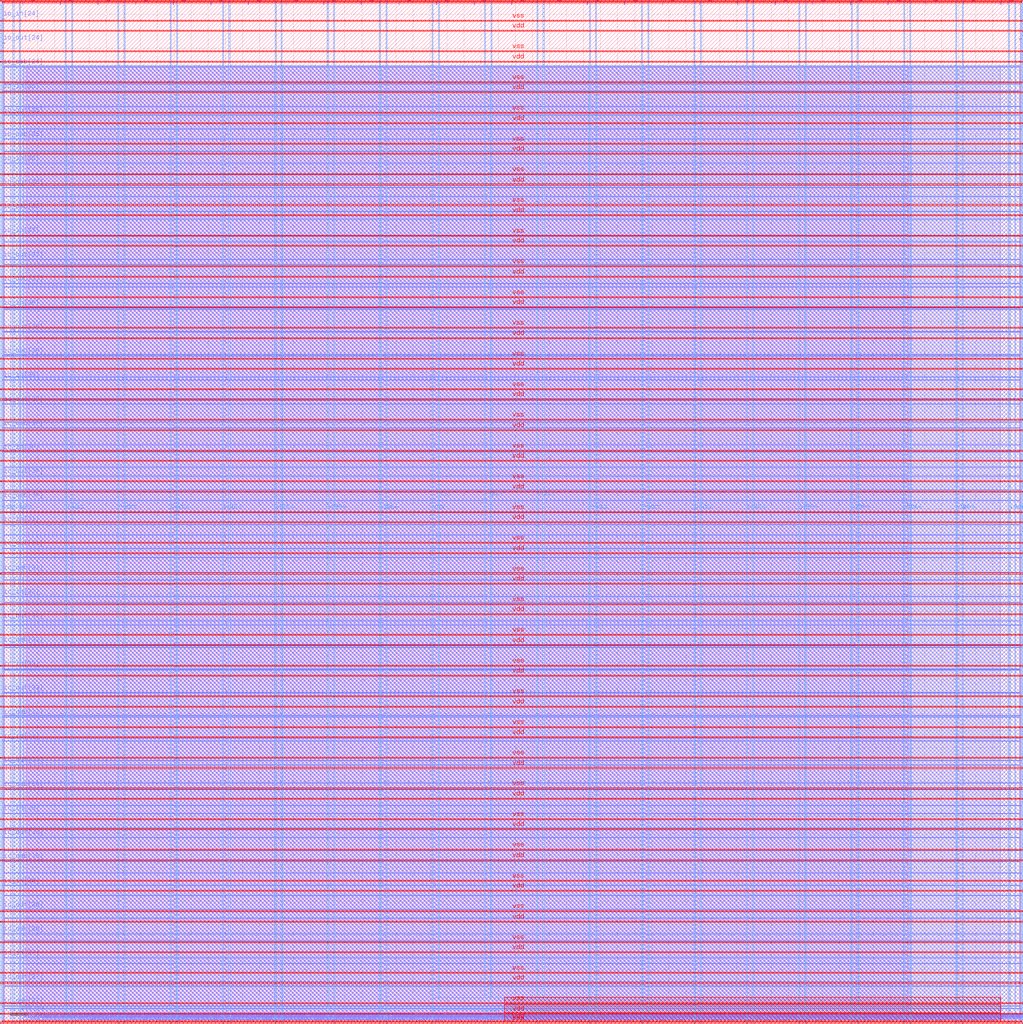
<source format=lef>
VERSION 5.7 ;
  NOWIREEXTENSIONATPIN ON ;
  DIVIDERCHAR "/" ;
  BUSBITCHARS "[]" ;
MACRO user_project_wrapper
  CLASS BLOCK ;
  FOREIGN user_project_wrapper ;
  ORIGIN 0.000 0.000 ;
  SIZE 2980.200 BY 2980.200 ;
  PIN io_in[0]
    DIRECTION INPUT ;
    USE SIGNAL ;
    PORT
      LAYER Metal3 ;
        RECT 2977.800 35.560 2985.000 36.680 ;
    END
  END io_in[0]
  PIN io_in[10]
    DIRECTION INPUT ;
    USE SIGNAL ;
    PORT
      LAYER Metal3 ;
        RECT 2977.800 2017.960 2985.000 2019.080 ;
    END
  END io_in[10]
  PIN io_in[11]
    DIRECTION INPUT ;
    USE SIGNAL ;
    PORT
      LAYER Metal3 ;
        RECT 2977.800 2216.200 2985.000 2217.320 ;
    END
  END io_in[11]
  PIN io_in[12]
    DIRECTION INPUT ;
    USE SIGNAL ;
    PORT
      LAYER Metal3 ;
        RECT 2977.800 2414.440 2985.000 2415.560 ;
    END
  END io_in[12]
  PIN io_in[13]
    DIRECTION INPUT ;
    USE SIGNAL ;
    PORT
      LAYER Metal3 ;
        RECT 2977.800 2612.680 2985.000 2613.800 ;
    END
  END io_in[13]
  PIN io_in[14]
    DIRECTION INPUT ;
    USE SIGNAL ;
    PORT
      LAYER Metal3 ;
        RECT 2977.800 2810.920 2985.000 2812.040 ;
    END
  END io_in[14]
  PIN io_in[15]
    DIRECTION INPUT ;
    USE SIGNAL ;
    PORT
      LAYER Metal2 ;
        RECT 2923.480 2977.800 2924.600 2985.000 ;
    END
  END io_in[15]
  PIN io_in[16]
    DIRECTION INPUT ;
    USE SIGNAL ;
    PORT
      LAYER Metal2 ;
        RECT 2592.520 2977.800 2593.640 2985.000 ;
    END
  END io_in[16]
  PIN io_in[17]
    DIRECTION INPUT ;
    USE SIGNAL ;
    PORT
      LAYER Metal2 ;
        RECT 2261.560 2977.800 2262.680 2985.000 ;
    END
  END io_in[17]
  PIN io_in[18]
    DIRECTION INPUT ;
    USE SIGNAL ;
    PORT
      LAYER Metal2 ;
        RECT 1930.600 2977.800 1931.720 2985.000 ;
    END
  END io_in[18]
  PIN io_in[19]
    DIRECTION INPUT ;
    USE SIGNAL ;
    PORT
      LAYER Metal2 ;
        RECT 1599.640 2977.800 1600.760 2985.000 ;
    END
  END io_in[19]
  PIN io_in[1]
    DIRECTION INPUT ;
    USE SIGNAL ;
    PORT
      LAYER Metal3 ;
        RECT 2977.800 233.800 2985.000 234.920 ;
    END
  END io_in[1]
  PIN io_in[20]
    DIRECTION INPUT ;
    USE SIGNAL ;
    PORT
      LAYER Metal2 ;
        RECT 1268.680 2977.800 1269.800 2985.000 ;
    END
  END io_in[20]
  PIN io_in[21]
    DIRECTION INPUT ;
    USE SIGNAL ;
    PORT
      LAYER Metal2 ;
        RECT 937.720 2977.800 938.840 2985.000 ;
    END
  END io_in[21]
  PIN io_in[22]
    DIRECTION INPUT ;
    USE SIGNAL ;
    PORT
      LAYER Metal2 ;
        RECT 606.760 2977.800 607.880 2985.000 ;
    END
  END io_in[22]
  PIN io_in[23]
    DIRECTION INPUT ;
    USE SIGNAL ;
    PORT
      LAYER Metal2 ;
        RECT 275.800 2977.800 276.920 2985.000 ;
    END
  END io_in[23]
  PIN io_in[24]
    DIRECTION INPUT ;
    USE SIGNAL ;
    PORT
      LAYER Metal3 ;
        RECT -4.800 2935.800 2.400 2936.920 ;
    END
  END io_in[24]
  PIN io_in[25]
    DIRECTION INPUT ;
    USE SIGNAL ;
    PORT
      LAYER Metal3 ;
        RECT -4.800 2724.120 2.400 2725.240 ;
    END
  END io_in[25]
  PIN io_in[26]
    DIRECTION INPUT ;
    USE SIGNAL ;
    PORT
      LAYER Metal3 ;
        RECT -4.800 2512.440 2.400 2513.560 ;
    END
  END io_in[26]
  PIN io_in[27]
    DIRECTION INPUT ;
    USE SIGNAL ;
    PORT
      LAYER Metal3 ;
        RECT -4.800 2300.760 2.400 2301.880 ;
    END
  END io_in[27]
  PIN io_in[28]
    DIRECTION INPUT ;
    USE SIGNAL ;
    PORT
      LAYER Metal3 ;
        RECT -4.800 2089.080 2.400 2090.200 ;
    END
  END io_in[28]
  PIN io_in[29]
    DIRECTION INPUT ;
    USE SIGNAL ;
    PORT
      LAYER Metal3 ;
        RECT -4.800 1877.400 2.400 1878.520 ;
    END
  END io_in[29]
  PIN io_in[2]
    DIRECTION INPUT ;
    USE SIGNAL ;
    PORT
      LAYER Metal3 ;
        RECT 2977.800 432.040 2985.000 433.160 ;
    END
  END io_in[2]
  PIN io_in[30]
    DIRECTION INPUT ;
    USE SIGNAL ;
    PORT
      LAYER Metal3 ;
        RECT -4.800 1665.720 2.400 1666.840 ;
    END
  END io_in[30]
  PIN io_in[31]
    DIRECTION INPUT ;
    USE SIGNAL ;
    PORT
      LAYER Metal3 ;
        RECT -4.800 1454.040 2.400 1455.160 ;
    END
  END io_in[31]
  PIN io_in[32]
    DIRECTION INPUT ;
    USE SIGNAL ;
    PORT
      LAYER Metal3 ;
        RECT -4.800 1242.360 2.400 1243.480 ;
    END
  END io_in[32]
  PIN io_in[33]
    DIRECTION INPUT ;
    USE SIGNAL ;
    PORT
      LAYER Metal3 ;
        RECT -4.800 1030.680 2.400 1031.800 ;
    END
  END io_in[33]
  PIN io_in[34]
    DIRECTION INPUT ;
    USE SIGNAL ;
    PORT
      LAYER Metal3 ;
        RECT -4.800 819.000 2.400 820.120 ;
    END
  END io_in[34]
  PIN io_in[35]
    DIRECTION INPUT ;
    USE SIGNAL ;
    PORT
      LAYER Metal3 ;
        RECT -4.800 607.320 2.400 608.440 ;
    END
  END io_in[35]
  PIN io_in[36]
    DIRECTION INPUT ;
    USE SIGNAL ;
    PORT
      LAYER Metal3 ;
        RECT -4.800 395.640 2.400 396.760 ;
    END
  END io_in[36]
  PIN io_in[37]
    DIRECTION INPUT ;
    USE SIGNAL ;
    PORT
      LAYER Metal3 ;
        RECT -4.800 183.960 2.400 185.080 ;
    END
  END io_in[37]
  PIN io_in[3]
    DIRECTION INPUT ;
    USE SIGNAL ;
    PORT
      LAYER Metal3 ;
        RECT 2977.800 630.280 2985.000 631.400 ;
    END
  END io_in[3]
  PIN io_in[4]
    DIRECTION INPUT ;
    USE SIGNAL ;
    PORT
      LAYER Metal3 ;
        RECT 2977.800 828.520 2985.000 829.640 ;
    END
  END io_in[4]
  PIN io_in[5]
    DIRECTION INPUT ;
    USE SIGNAL ;
    PORT
      LAYER Metal3 ;
        RECT 2977.800 1026.760 2985.000 1027.880 ;
    END
  END io_in[5]
  PIN io_in[6]
    DIRECTION INPUT ;
    USE SIGNAL ;
    PORT
      LAYER Metal3 ;
        RECT 2977.800 1225.000 2985.000 1226.120 ;
    END
  END io_in[6]
  PIN io_in[7]
    DIRECTION INPUT ;
    USE SIGNAL ;
    PORT
      LAYER Metal3 ;
        RECT 2977.800 1423.240 2985.000 1424.360 ;
    END
  END io_in[7]
  PIN io_in[8]
    DIRECTION INPUT ;
    USE SIGNAL ;
    PORT
      LAYER Metal3 ;
        RECT 2977.800 1621.480 2985.000 1622.600 ;
    END
  END io_in[8]
  PIN io_in[9]
    DIRECTION INPUT ;
    USE SIGNAL ;
    PORT
      LAYER Metal3 ;
        RECT 2977.800 1819.720 2985.000 1820.840 ;
    END
  END io_in[9]
  PIN io_oeb[0]
    DIRECTION OUTPUT TRISTATE ;
    USE SIGNAL ;
    PORT
      LAYER Metal3 ;
        RECT 2977.800 167.720 2985.000 168.840 ;
    END
  END io_oeb[0]
  PIN io_oeb[10]
    DIRECTION OUTPUT TRISTATE ;
    USE SIGNAL ;
    PORT
      LAYER Metal3 ;
        RECT 2977.800 2150.120 2985.000 2151.240 ;
    END
  END io_oeb[10]
  PIN io_oeb[11]
    DIRECTION OUTPUT TRISTATE ;
    USE SIGNAL ;
    PORT
      LAYER Metal3 ;
        RECT 2977.800 2348.360 2985.000 2349.480 ;
    END
  END io_oeb[11]
  PIN io_oeb[12]
    DIRECTION OUTPUT TRISTATE ;
    USE SIGNAL ;
    PORT
      LAYER Metal3 ;
        RECT 2977.800 2546.600 2985.000 2547.720 ;
    END
  END io_oeb[12]
  PIN io_oeb[13]
    DIRECTION OUTPUT TRISTATE ;
    USE SIGNAL ;
    PORT
      LAYER Metal3 ;
        RECT 2977.800 2744.840 2985.000 2745.960 ;
    END
  END io_oeb[13]
  PIN io_oeb[14]
    DIRECTION OUTPUT TRISTATE ;
    USE SIGNAL ;
    PORT
      LAYER Metal3 ;
        RECT 2977.800 2943.080 2985.000 2944.200 ;
    END
  END io_oeb[14]
  PIN io_oeb[15]
    DIRECTION OUTPUT TRISTATE ;
    USE SIGNAL ;
    PORT
      LAYER Metal2 ;
        RECT 2702.840 2977.800 2703.960 2985.000 ;
    END
  END io_oeb[15]
  PIN io_oeb[16]
    DIRECTION OUTPUT TRISTATE ;
    USE SIGNAL ;
    PORT
      LAYER Metal2 ;
        RECT 2371.880 2977.800 2373.000 2985.000 ;
    END
  END io_oeb[16]
  PIN io_oeb[17]
    DIRECTION OUTPUT TRISTATE ;
    USE SIGNAL ;
    PORT
      LAYER Metal2 ;
        RECT 2040.920 2977.800 2042.040 2985.000 ;
    END
  END io_oeb[17]
  PIN io_oeb[18]
    DIRECTION OUTPUT TRISTATE ;
    USE SIGNAL ;
    PORT
      LAYER Metal2 ;
        RECT 1709.960 2977.800 1711.080 2985.000 ;
    END
  END io_oeb[18]
  PIN io_oeb[19]
    DIRECTION OUTPUT TRISTATE ;
    USE SIGNAL ;
    PORT
      LAYER Metal2 ;
        RECT 1379.000 2977.800 1380.120 2985.000 ;
    END
  END io_oeb[19]
  PIN io_oeb[1]
    DIRECTION OUTPUT TRISTATE ;
    USE SIGNAL ;
    PORT
      LAYER Metal3 ;
        RECT 2977.800 365.960 2985.000 367.080 ;
    END
  END io_oeb[1]
  PIN io_oeb[20]
    DIRECTION OUTPUT TRISTATE ;
    USE SIGNAL ;
    PORT
      LAYER Metal2 ;
        RECT 1048.040 2977.800 1049.160 2985.000 ;
    END
  END io_oeb[20]
  PIN io_oeb[21]
    DIRECTION OUTPUT TRISTATE ;
    USE SIGNAL ;
    PORT
      LAYER Metal2 ;
        RECT 717.080 2977.800 718.200 2985.000 ;
    END
  END io_oeb[21]
  PIN io_oeb[22]
    DIRECTION OUTPUT TRISTATE ;
    USE SIGNAL ;
    PORT
      LAYER Metal2 ;
        RECT 386.120 2977.800 387.240 2985.000 ;
    END
  END io_oeb[22]
  PIN io_oeb[23]
    DIRECTION OUTPUT TRISTATE ;
    USE SIGNAL ;
    PORT
      LAYER Metal2 ;
        RECT 55.160 2977.800 56.280 2985.000 ;
    END
  END io_oeb[23]
  PIN io_oeb[24]
    DIRECTION OUTPUT TRISTATE ;
    USE SIGNAL ;
    PORT
      LAYER Metal3 ;
        RECT -4.800 2794.680 2.400 2795.800 ;
    END
  END io_oeb[24]
  PIN io_oeb[25]
    DIRECTION OUTPUT TRISTATE ;
    USE SIGNAL ;
    PORT
      LAYER Metal3 ;
        RECT -4.800 2583.000 2.400 2584.120 ;
    END
  END io_oeb[25]
  PIN io_oeb[26]
    DIRECTION OUTPUT TRISTATE ;
    USE SIGNAL ;
    PORT
      LAYER Metal3 ;
        RECT -4.800 2371.320 2.400 2372.440 ;
    END
  END io_oeb[26]
  PIN io_oeb[27]
    DIRECTION OUTPUT TRISTATE ;
    USE SIGNAL ;
    PORT
      LAYER Metal3 ;
        RECT -4.800 2159.640 2.400 2160.760 ;
    END
  END io_oeb[27]
  PIN io_oeb[28]
    DIRECTION OUTPUT TRISTATE ;
    USE SIGNAL ;
    PORT
      LAYER Metal3 ;
        RECT -4.800 1947.960 2.400 1949.080 ;
    END
  END io_oeb[28]
  PIN io_oeb[29]
    DIRECTION OUTPUT TRISTATE ;
    USE SIGNAL ;
    PORT
      LAYER Metal3 ;
        RECT -4.800 1736.280 2.400 1737.400 ;
    END
  END io_oeb[29]
  PIN io_oeb[2]
    DIRECTION OUTPUT TRISTATE ;
    USE SIGNAL ;
    PORT
      LAYER Metal3 ;
        RECT 2977.800 564.200 2985.000 565.320 ;
    END
  END io_oeb[2]
  PIN io_oeb[30]
    DIRECTION OUTPUT TRISTATE ;
    USE SIGNAL ;
    PORT
      LAYER Metal3 ;
        RECT -4.800 1524.600 2.400 1525.720 ;
    END
  END io_oeb[30]
  PIN io_oeb[31]
    DIRECTION OUTPUT TRISTATE ;
    USE SIGNAL ;
    PORT
      LAYER Metal3 ;
        RECT -4.800 1312.920 2.400 1314.040 ;
    END
  END io_oeb[31]
  PIN io_oeb[32]
    DIRECTION OUTPUT TRISTATE ;
    USE SIGNAL ;
    PORT
      LAYER Metal3 ;
        RECT -4.800 1101.240 2.400 1102.360 ;
    END
  END io_oeb[32]
  PIN io_oeb[33]
    DIRECTION OUTPUT TRISTATE ;
    USE SIGNAL ;
    PORT
      LAYER Metal3 ;
        RECT -4.800 889.560 2.400 890.680 ;
    END
  END io_oeb[33]
  PIN io_oeb[34]
    DIRECTION OUTPUT TRISTATE ;
    USE SIGNAL ;
    PORT
      LAYER Metal3 ;
        RECT -4.800 677.880 2.400 679.000 ;
    END
  END io_oeb[34]
  PIN io_oeb[35]
    DIRECTION OUTPUT TRISTATE ;
    USE SIGNAL ;
    PORT
      LAYER Metal3 ;
        RECT -4.800 466.200 2.400 467.320 ;
    END
  END io_oeb[35]
  PIN io_oeb[36]
    DIRECTION OUTPUT TRISTATE ;
    USE SIGNAL ;
    PORT
      LAYER Metal3 ;
        RECT -4.800 254.520 2.400 255.640 ;
    END
  END io_oeb[36]
  PIN io_oeb[37]
    DIRECTION OUTPUT TRISTATE ;
    USE SIGNAL ;
    PORT
      LAYER Metal3 ;
        RECT -4.800 42.840 2.400 43.960 ;
    END
  END io_oeb[37]
  PIN io_oeb[3]
    DIRECTION OUTPUT TRISTATE ;
    USE SIGNAL ;
    PORT
      LAYER Metal3 ;
        RECT 2977.800 762.440 2985.000 763.560 ;
    END
  END io_oeb[3]
  PIN io_oeb[4]
    DIRECTION OUTPUT TRISTATE ;
    USE SIGNAL ;
    PORT
      LAYER Metal3 ;
        RECT 2977.800 960.680 2985.000 961.800 ;
    END
  END io_oeb[4]
  PIN io_oeb[5]
    DIRECTION OUTPUT TRISTATE ;
    USE SIGNAL ;
    PORT
      LAYER Metal3 ;
        RECT 2977.800 1158.920 2985.000 1160.040 ;
    END
  END io_oeb[5]
  PIN io_oeb[6]
    DIRECTION OUTPUT TRISTATE ;
    USE SIGNAL ;
    PORT
      LAYER Metal3 ;
        RECT 2977.800 1357.160 2985.000 1358.280 ;
    END
  END io_oeb[6]
  PIN io_oeb[7]
    DIRECTION OUTPUT TRISTATE ;
    USE SIGNAL ;
    PORT
      LAYER Metal3 ;
        RECT 2977.800 1555.400 2985.000 1556.520 ;
    END
  END io_oeb[7]
  PIN io_oeb[8]
    DIRECTION OUTPUT TRISTATE ;
    USE SIGNAL ;
    PORT
      LAYER Metal3 ;
        RECT 2977.800 1753.640 2985.000 1754.760 ;
    END
  END io_oeb[8]
  PIN io_oeb[9]
    DIRECTION OUTPUT TRISTATE ;
    USE SIGNAL ;
    PORT
      LAYER Metal3 ;
        RECT 2977.800 1951.880 2985.000 1953.000 ;
    END
  END io_oeb[9]
  PIN io_out[0]
    DIRECTION OUTPUT TRISTATE ;
    USE SIGNAL ;
    PORT
      LAYER Metal3 ;
        RECT 2977.800 101.640 2985.000 102.760 ;
    END
  END io_out[0]
  PIN io_out[10]
    DIRECTION OUTPUT TRISTATE ;
    USE SIGNAL ;
    PORT
      LAYER Metal3 ;
        RECT 2977.800 2084.040 2985.000 2085.160 ;
    END
  END io_out[10]
  PIN io_out[11]
    DIRECTION OUTPUT TRISTATE ;
    USE SIGNAL ;
    PORT
      LAYER Metal3 ;
        RECT 2977.800 2282.280 2985.000 2283.400 ;
    END
  END io_out[11]
  PIN io_out[12]
    DIRECTION OUTPUT TRISTATE ;
    USE SIGNAL ;
    PORT
      LAYER Metal3 ;
        RECT 2977.800 2480.520 2985.000 2481.640 ;
    END
  END io_out[12]
  PIN io_out[13]
    DIRECTION OUTPUT TRISTATE ;
    USE SIGNAL ;
    PORT
      LAYER Metal3 ;
        RECT 2977.800 2678.760 2985.000 2679.880 ;
    END
  END io_out[13]
  PIN io_out[14]
    DIRECTION OUTPUT TRISTATE ;
    USE SIGNAL ;
    PORT
      LAYER Metal3 ;
        RECT 2977.800 2877.000 2985.000 2878.120 ;
    END
  END io_out[14]
  PIN io_out[15]
    DIRECTION OUTPUT TRISTATE ;
    USE SIGNAL ;
    PORT
      LAYER Metal2 ;
        RECT 2813.160 2977.800 2814.280 2985.000 ;
    END
  END io_out[15]
  PIN io_out[16]
    DIRECTION OUTPUT TRISTATE ;
    USE SIGNAL ;
    PORT
      LAYER Metal2 ;
        RECT 2482.200 2977.800 2483.320 2985.000 ;
    END
  END io_out[16]
  PIN io_out[17]
    DIRECTION OUTPUT TRISTATE ;
    USE SIGNAL ;
    PORT
      LAYER Metal2 ;
        RECT 2151.240 2977.800 2152.360 2985.000 ;
    END
  END io_out[17]
  PIN io_out[18]
    DIRECTION OUTPUT TRISTATE ;
    USE SIGNAL ;
    PORT
      LAYER Metal2 ;
        RECT 1820.280 2977.800 1821.400 2985.000 ;
    END
  END io_out[18]
  PIN io_out[19]
    DIRECTION OUTPUT TRISTATE ;
    USE SIGNAL ;
    PORT
      LAYER Metal2 ;
        RECT 1489.320 2977.800 1490.440 2985.000 ;
    END
  END io_out[19]
  PIN io_out[1]
    DIRECTION OUTPUT TRISTATE ;
    USE SIGNAL ;
    PORT
      LAYER Metal3 ;
        RECT 2977.800 299.880 2985.000 301.000 ;
    END
  END io_out[1]
  PIN io_out[20]
    DIRECTION OUTPUT TRISTATE ;
    USE SIGNAL ;
    PORT
      LAYER Metal2 ;
        RECT 1158.360 2977.800 1159.480 2985.000 ;
    END
  END io_out[20]
  PIN io_out[21]
    DIRECTION OUTPUT TRISTATE ;
    USE SIGNAL ;
    PORT
      LAYER Metal2 ;
        RECT 827.400 2977.800 828.520 2985.000 ;
    END
  END io_out[21]
  PIN io_out[22]
    DIRECTION OUTPUT TRISTATE ;
    USE SIGNAL ;
    PORT
      LAYER Metal2 ;
        RECT 496.440 2977.800 497.560 2985.000 ;
    END
  END io_out[22]
  PIN io_out[23]
    DIRECTION OUTPUT TRISTATE ;
    USE SIGNAL ;
    PORT
      LAYER Metal2 ;
        RECT 165.480 2977.800 166.600 2985.000 ;
    END
  END io_out[23]
  PIN io_out[24]
    DIRECTION OUTPUT TRISTATE ;
    USE SIGNAL ;
    PORT
      LAYER Metal3 ;
        RECT -4.800 2865.240 2.400 2866.360 ;
    END
  END io_out[24]
  PIN io_out[25]
    DIRECTION OUTPUT TRISTATE ;
    USE SIGNAL ;
    PORT
      LAYER Metal3 ;
        RECT -4.800 2653.560 2.400 2654.680 ;
    END
  END io_out[25]
  PIN io_out[26]
    DIRECTION OUTPUT TRISTATE ;
    USE SIGNAL ;
    PORT
      LAYER Metal3 ;
        RECT -4.800 2441.880 2.400 2443.000 ;
    END
  END io_out[26]
  PIN io_out[27]
    DIRECTION OUTPUT TRISTATE ;
    USE SIGNAL ;
    PORT
      LAYER Metal3 ;
        RECT -4.800 2230.200 2.400 2231.320 ;
    END
  END io_out[27]
  PIN io_out[28]
    DIRECTION OUTPUT TRISTATE ;
    USE SIGNAL ;
    PORT
      LAYER Metal3 ;
        RECT -4.800 2018.520 2.400 2019.640 ;
    END
  END io_out[28]
  PIN io_out[29]
    DIRECTION OUTPUT TRISTATE ;
    USE SIGNAL ;
    PORT
      LAYER Metal3 ;
        RECT -4.800 1806.840 2.400 1807.960 ;
    END
  END io_out[29]
  PIN io_out[2]
    DIRECTION OUTPUT TRISTATE ;
    USE SIGNAL ;
    PORT
      LAYER Metal3 ;
        RECT 2977.800 498.120 2985.000 499.240 ;
    END
  END io_out[2]
  PIN io_out[30]
    DIRECTION OUTPUT TRISTATE ;
    USE SIGNAL ;
    PORT
      LAYER Metal3 ;
        RECT -4.800 1595.160 2.400 1596.280 ;
    END
  END io_out[30]
  PIN io_out[31]
    DIRECTION OUTPUT TRISTATE ;
    USE SIGNAL ;
    PORT
      LAYER Metal3 ;
        RECT -4.800 1383.480 2.400 1384.600 ;
    END
  END io_out[31]
  PIN io_out[32]
    DIRECTION OUTPUT TRISTATE ;
    USE SIGNAL ;
    PORT
      LAYER Metal3 ;
        RECT -4.800 1171.800 2.400 1172.920 ;
    END
  END io_out[32]
  PIN io_out[33]
    DIRECTION OUTPUT TRISTATE ;
    USE SIGNAL ;
    PORT
      LAYER Metal3 ;
        RECT -4.800 960.120 2.400 961.240 ;
    END
  END io_out[33]
  PIN io_out[34]
    DIRECTION OUTPUT TRISTATE ;
    USE SIGNAL ;
    PORT
      LAYER Metal3 ;
        RECT -4.800 748.440 2.400 749.560 ;
    END
  END io_out[34]
  PIN io_out[35]
    DIRECTION OUTPUT TRISTATE ;
    USE SIGNAL ;
    PORT
      LAYER Metal3 ;
        RECT -4.800 536.760 2.400 537.880 ;
    END
  END io_out[35]
  PIN io_out[36]
    DIRECTION OUTPUT TRISTATE ;
    USE SIGNAL ;
    PORT
      LAYER Metal3 ;
        RECT -4.800 325.080 2.400 326.200 ;
    END
  END io_out[36]
  PIN io_out[37]
    DIRECTION OUTPUT TRISTATE ;
    USE SIGNAL ;
    PORT
      LAYER Metal3 ;
        RECT -4.800 113.400 2.400 114.520 ;
    END
  END io_out[37]
  PIN io_out[3]
    DIRECTION OUTPUT TRISTATE ;
    USE SIGNAL ;
    PORT
      LAYER Metal3 ;
        RECT 2977.800 696.360 2985.000 697.480 ;
    END
  END io_out[3]
  PIN io_out[4]
    DIRECTION OUTPUT TRISTATE ;
    USE SIGNAL ;
    PORT
      LAYER Metal3 ;
        RECT 2977.800 894.600 2985.000 895.720 ;
    END
  END io_out[4]
  PIN io_out[5]
    DIRECTION OUTPUT TRISTATE ;
    USE SIGNAL ;
    PORT
      LAYER Metal3 ;
        RECT 2977.800 1092.840 2985.000 1093.960 ;
    END
  END io_out[5]
  PIN io_out[6]
    DIRECTION OUTPUT TRISTATE ;
    USE SIGNAL ;
    PORT
      LAYER Metal3 ;
        RECT 2977.800 1291.080 2985.000 1292.200 ;
    END
  END io_out[6]
  PIN io_out[7]
    DIRECTION OUTPUT TRISTATE ;
    USE SIGNAL ;
    PORT
      LAYER Metal3 ;
        RECT 2977.800 1489.320 2985.000 1490.440 ;
    END
  END io_out[7]
  PIN io_out[8]
    DIRECTION OUTPUT TRISTATE ;
    USE SIGNAL ;
    PORT
      LAYER Metal3 ;
        RECT 2977.800 1687.560 2985.000 1688.680 ;
    END
  END io_out[8]
  PIN io_out[9]
    DIRECTION OUTPUT TRISTATE ;
    USE SIGNAL ;
    PORT
      LAYER Metal3 ;
        RECT 2977.800 1885.800 2985.000 1886.920 ;
    END
  END io_out[9]
  PIN la_data_in[0]
    DIRECTION INPUT ;
    USE SIGNAL ;
    PORT
      LAYER Metal2 ;
        RECT 1065.960 -4.800 1067.080 2.400 ;
    END
  END la_data_in[0]
  PIN la_data_in[10]
    DIRECTION INPUT ;
    USE SIGNAL ;
    PORT
      LAYER Metal2 ;
        RECT 1351.560 -4.800 1352.680 2.400 ;
    END
  END la_data_in[10]
  PIN la_data_in[11]
    DIRECTION INPUT ;
    USE SIGNAL ;
    PORT
      LAYER Metal2 ;
        RECT 1380.120 -4.800 1381.240 2.400 ;
    END
  END la_data_in[11]
  PIN la_data_in[12]
    DIRECTION INPUT ;
    USE SIGNAL ;
    PORT
      LAYER Metal2 ;
        RECT 1408.680 -4.800 1409.800 2.400 ;
    END
  END la_data_in[12]
  PIN la_data_in[13]
    DIRECTION INPUT ;
    USE SIGNAL ;
    PORT
      LAYER Metal2 ;
        RECT 1437.240 -4.800 1438.360 2.400 ;
    END
  END la_data_in[13]
  PIN la_data_in[14]
    DIRECTION INPUT ;
    USE SIGNAL ;
    PORT
      LAYER Metal2 ;
        RECT 1465.800 -4.800 1466.920 2.400 ;
    END
  END la_data_in[14]
  PIN la_data_in[15]
    DIRECTION INPUT ;
    USE SIGNAL ;
    PORT
      LAYER Metal2 ;
        RECT 1494.360 -4.800 1495.480 2.400 ;
    END
  END la_data_in[15]
  PIN la_data_in[16]
    DIRECTION INPUT ;
    USE SIGNAL ;
    PORT
      LAYER Metal2 ;
        RECT 1522.920 -4.800 1524.040 2.400 ;
    END
  END la_data_in[16]
  PIN la_data_in[17]
    DIRECTION INPUT ;
    USE SIGNAL ;
    PORT
      LAYER Metal2 ;
        RECT 1551.480 -4.800 1552.600 2.400 ;
    END
  END la_data_in[17]
  PIN la_data_in[18]
    DIRECTION INPUT ;
    USE SIGNAL ;
    PORT
      LAYER Metal2 ;
        RECT 1580.040 -4.800 1581.160 2.400 ;
    END
  END la_data_in[18]
  PIN la_data_in[19]
    DIRECTION INPUT ;
    USE SIGNAL ;
    PORT
      LAYER Metal2 ;
        RECT 1608.600 -4.800 1609.720 2.400 ;
    END
  END la_data_in[19]
  PIN la_data_in[1]
    DIRECTION INPUT ;
    USE SIGNAL ;
    PORT
      LAYER Metal2 ;
        RECT 1094.520 -4.800 1095.640 2.400 ;
    END
  END la_data_in[1]
  PIN la_data_in[20]
    DIRECTION INPUT ;
    USE SIGNAL ;
    PORT
      LAYER Metal2 ;
        RECT 1637.160 -4.800 1638.280 2.400 ;
    END
  END la_data_in[20]
  PIN la_data_in[21]
    DIRECTION INPUT ;
    USE SIGNAL ;
    PORT
      LAYER Metal2 ;
        RECT 1665.720 -4.800 1666.840 2.400 ;
    END
  END la_data_in[21]
  PIN la_data_in[22]
    DIRECTION INPUT ;
    USE SIGNAL ;
    PORT
      LAYER Metal2 ;
        RECT 1694.280 -4.800 1695.400 2.400 ;
    END
  END la_data_in[22]
  PIN la_data_in[23]
    DIRECTION INPUT ;
    USE SIGNAL ;
    PORT
      LAYER Metal2 ;
        RECT 1722.840 -4.800 1723.960 2.400 ;
    END
  END la_data_in[23]
  PIN la_data_in[24]
    DIRECTION INPUT ;
    USE SIGNAL ;
    PORT
      LAYER Metal2 ;
        RECT 1751.400 -4.800 1752.520 2.400 ;
    END
  END la_data_in[24]
  PIN la_data_in[25]
    DIRECTION INPUT ;
    USE SIGNAL ;
    PORT
      LAYER Metal2 ;
        RECT 1779.960 -4.800 1781.080 2.400 ;
    END
  END la_data_in[25]
  PIN la_data_in[26]
    DIRECTION INPUT ;
    USE SIGNAL ;
    PORT
      LAYER Metal2 ;
        RECT 1808.520 -4.800 1809.640 2.400 ;
    END
  END la_data_in[26]
  PIN la_data_in[27]
    DIRECTION INPUT ;
    USE SIGNAL ;
    PORT
      LAYER Metal2 ;
        RECT 1837.080 -4.800 1838.200 2.400 ;
    END
  END la_data_in[27]
  PIN la_data_in[28]
    DIRECTION INPUT ;
    USE SIGNAL ;
    PORT
      LAYER Metal2 ;
        RECT 1865.640 -4.800 1866.760 2.400 ;
    END
  END la_data_in[28]
  PIN la_data_in[29]
    DIRECTION INPUT ;
    USE SIGNAL ;
    PORT
      LAYER Metal2 ;
        RECT 1894.200 -4.800 1895.320 2.400 ;
    END
  END la_data_in[29]
  PIN la_data_in[2]
    DIRECTION INPUT ;
    USE SIGNAL ;
    PORT
      LAYER Metal2 ;
        RECT 1123.080 -4.800 1124.200 2.400 ;
    END
  END la_data_in[2]
  PIN la_data_in[30]
    DIRECTION INPUT ;
    USE SIGNAL ;
    PORT
      LAYER Metal2 ;
        RECT 1922.760 -4.800 1923.880 2.400 ;
    END
  END la_data_in[30]
  PIN la_data_in[31]
    DIRECTION INPUT ;
    USE SIGNAL ;
    PORT
      LAYER Metal2 ;
        RECT 1951.320 -4.800 1952.440 2.400 ;
    END
  END la_data_in[31]
  PIN la_data_in[32]
    DIRECTION INPUT ;
    USE SIGNAL ;
    PORT
      LAYER Metal2 ;
        RECT 1979.880 -4.800 1981.000 2.400 ;
    END
  END la_data_in[32]
  PIN la_data_in[33]
    DIRECTION INPUT ;
    USE SIGNAL ;
    PORT
      LAYER Metal2 ;
        RECT 2008.440 -4.800 2009.560 2.400 ;
    END
  END la_data_in[33]
  PIN la_data_in[34]
    DIRECTION INPUT ;
    USE SIGNAL ;
    PORT
      LAYER Metal2 ;
        RECT 2037.000 -4.800 2038.120 2.400 ;
    END
  END la_data_in[34]
  PIN la_data_in[35]
    DIRECTION INPUT ;
    USE SIGNAL ;
    PORT
      LAYER Metal2 ;
        RECT 2065.560 -4.800 2066.680 2.400 ;
    END
  END la_data_in[35]
  PIN la_data_in[36]
    DIRECTION INPUT ;
    USE SIGNAL ;
    PORT
      LAYER Metal2 ;
        RECT 2094.120 -4.800 2095.240 2.400 ;
    END
  END la_data_in[36]
  PIN la_data_in[37]
    DIRECTION INPUT ;
    USE SIGNAL ;
    PORT
      LAYER Metal2 ;
        RECT 2122.680 -4.800 2123.800 2.400 ;
    END
  END la_data_in[37]
  PIN la_data_in[38]
    DIRECTION INPUT ;
    USE SIGNAL ;
    PORT
      LAYER Metal2 ;
        RECT 2151.240 -4.800 2152.360 2.400 ;
    END
  END la_data_in[38]
  PIN la_data_in[39]
    DIRECTION INPUT ;
    USE SIGNAL ;
    PORT
      LAYER Metal2 ;
        RECT 2179.800 -4.800 2180.920 2.400 ;
    END
  END la_data_in[39]
  PIN la_data_in[3]
    DIRECTION INPUT ;
    USE SIGNAL ;
    PORT
      LAYER Metal2 ;
        RECT 1151.640 -4.800 1152.760 2.400 ;
    END
  END la_data_in[3]
  PIN la_data_in[40]
    DIRECTION INPUT ;
    USE SIGNAL ;
    PORT
      LAYER Metal2 ;
        RECT 2208.360 -4.800 2209.480 2.400 ;
    END
  END la_data_in[40]
  PIN la_data_in[41]
    DIRECTION INPUT ;
    USE SIGNAL ;
    PORT
      LAYER Metal2 ;
        RECT 2236.920 -4.800 2238.040 2.400 ;
    END
  END la_data_in[41]
  PIN la_data_in[42]
    DIRECTION INPUT ;
    USE SIGNAL ;
    PORT
      LAYER Metal2 ;
        RECT 2265.480 -4.800 2266.600 2.400 ;
    END
  END la_data_in[42]
  PIN la_data_in[43]
    DIRECTION INPUT ;
    USE SIGNAL ;
    PORT
      LAYER Metal2 ;
        RECT 2294.040 -4.800 2295.160 2.400 ;
    END
  END la_data_in[43]
  PIN la_data_in[44]
    DIRECTION INPUT ;
    USE SIGNAL ;
    PORT
      LAYER Metal2 ;
        RECT 2322.600 -4.800 2323.720 2.400 ;
    END
  END la_data_in[44]
  PIN la_data_in[45]
    DIRECTION INPUT ;
    USE SIGNAL ;
    PORT
      LAYER Metal2 ;
        RECT 2351.160 -4.800 2352.280 2.400 ;
    END
  END la_data_in[45]
  PIN la_data_in[46]
    DIRECTION INPUT ;
    USE SIGNAL ;
    PORT
      LAYER Metal2 ;
        RECT 2379.720 -4.800 2380.840 2.400 ;
    END
  END la_data_in[46]
  PIN la_data_in[47]
    DIRECTION INPUT ;
    USE SIGNAL ;
    PORT
      LAYER Metal2 ;
        RECT 2408.280 -4.800 2409.400 2.400 ;
    END
  END la_data_in[47]
  PIN la_data_in[48]
    DIRECTION INPUT ;
    USE SIGNAL ;
    PORT
      LAYER Metal2 ;
        RECT 2436.840 -4.800 2437.960 2.400 ;
    END
  END la_data_in[48]
  PIN la_data_in[49]
    DIRECTION INPUT ;
    USE SIGNAL ;
    PORT
      LAYER Metal2 ;
        RECT 2465.400 -4.800 2466.520 2.400 ;
    END
  END la_data_in[49]
  PIN la_data_in[4]
    DIRECTION INPUT ;
    USE SIGNAL ;
    PORT
      LAYER Metal2 ;
        RECT 1180.200 -4.800 1181.320 2.400 ;
    END
  END la_data_in[4]
  PIN la_data_in[50]
    DIRECTION INPUT ;
    USE SIGNAL ;
    PORT
      LAYER Metal2 ;
        RECT 2493.960 -4.800 2495.080 2.400 ;
    END
  END la_data_in[50]
  PIN la_data_in[51]
    DIRECTION INPUT ;
    USE SIGNAL ;
    PORT
      LAYER Metal2 ;
        RECT 2522.520 -4.800 2523.640 2.400 ;
    END
  END la_data_in[51]
  PIN la_data_in[52]
    DIRECTION INPUT ;
    USE SIGNAL ;
    PORT
      LAYER Metal2 ;
        RECT 2551.080 -4.800 2552.200 2.400 ;
    END
  END la_data_in[52]
  PIN la_data_in[53]
    DIRECTION INPUT ;
    USE SIGNAL ;
    PORT
      LAYER Metal2 ;
        RECT 2579.640 -4.800 2580.760 2.400 ;
    END
  END la_data_in[53]
  PIN la_data_in[54]
    DIRECTION INPUT ;
    USE SIGNAL ;
    PORT
      LAYER Metal2 ;
        RECT 2608.200 -4.800 2609.320 2.400 ;
    END
  END la_data_in[54]
  PIN la_data_in[55]
    DIRECTION INPUT ;
    USE SIGNAL ;
    PORT
      LAYER Metal2 ;
        RECT 2636.760 -4.800 2637.880 2.400 ;
    END
  END la_data_in[55]
  PIN la_data_in[56]
    DIRECTION INPUT ;
    USE SIGNAL ;
    PORT
      LAYER Metal2 ;
        RECT 2665.320 -4.800 2666.440 2.400 ;
    END
  END la_data_in[56]
  PIN la_data_in[57]
    DIRECTION INPUT ;
    USE SIGNAL ;
    PORT
      LAYER Metal2 ;
        RECT 2693.880 -4.800 2695.000 2.400 ;
    END
  END la_data_in[57]
  PIN la_data_in[58]
    DIRECTION INPUT ;
    USE SIGNAL ;
    PORT
      LAYER Metal2 ;
        RECT 2722.440 -4.800 2723.560 2.400 ;
    END
  END la_data_in[58]
  PIN la_data_in[59]
    DIRECTION INPUT ;
    USE SIGNAL ;
    PORT
      LAYER Metal2 ;
        RECT 2751.000 -4.800 2752.120 2.400 ;
    END
  END la_data_in[59]
  PIN la_data_in[5]
    DIRECTION INPUT ;
    USE SIGNAL ;
    PORT
      LAYER Metal2 ;
        RECT 1208.760 -4.800 1209.880 2.400 ;
    END
  END la_data_in[5]
  PIN la_data_in[60]
    DIRECTION INPUT ;
    USE SIGNAL ;
    PORT
      LAYER Metal2 ;
        RECT 2779.560 -4.800 2780.680 2.400 ;
    END
  END la_data_in[60]
  PIN la_data_in[61]
    DIRECTION INPUT ;
    USE SIGNAL ;
    PORT
      LAYER Metal2 ;
        RECT 2808.120 -4.800 2809.240 2.400 ;
    END
  END la_data_in[61]
  PIN la_data_in[62]
    DIRECTION INPUT ;
    USE SIGNAL ;
    PORT
      LAYER Metal2 ;
        RECT 2836.680 -4.800 2837.800 2.400 ;
    END
  END la_data_in[62]
  PIN la_data_in[63]
    DIRECTION INPUT ;
    USE SIGNAL ;
    PORT
      LAYER Metal2 ;
        RECT 2865.240 -4.800 2866.360 2.400 ;
    END
  END la_data_in[63]
  PIN la_data_in[6]
    DIRECTION INPUT ;
    USE SIGNAL ;
    PORT
      LAYER Metal2 ;
        RECT 1237.320 -4.800 1238.440 2.400 ;
    END
  END la_data_in[6]
  PIN la_data_in[7]
    DIRECTION INPUT ;
    USE SIGNAL ;
    PORT
      LAYER Metal2 ;
        RECT 1265.880 -4.800 1267.000 2.400 ;
    END
  END la_data_in[7]
  PIN la_data_in[8]
    DIRECTION INPUT ;
    USE SIGNAL ;
    PORT
      LAYER Metal2 ;
        RECT 1294.440 -4.800 1295.560 2.400 ;
    END
  END la_data_in[8]
  PIN la_data_in[9]
    DIRECTION INPUT ;
    USE SIGNAL ;
    PORT
      LAYER Metal2 ;
        RECT 1323.000 -4.800 1324.120 2.400 ;
    END
  END la_data_in[9]
  PIN la_data_out[0]
    DIRECTION OUTPUT TRISTATE ;
    USE SIGNAL ;
    PORT
      LAYER Metal2 ;
        RECT 1075.480 -4.800 1076.600 2.400 ;
    END
  END la_data_out[0]
  PIN la_data_out[10]
    DIRECTION OUTPUT TRISTATE ;
    USE SIGNAL ;
    PORT
      LAYER Metal2 ;
        RECT 1361.080 -4.800 1362.200 2.400 ;
    END
  END la_data_out[10]
  PIN la_data_out[11]
    DIRECTION OUTPUT TRISTATE ;
    USE SIGNAL ;
    PORT
      LAYER Metal2 ;
        RECT 1389.640 -4.800 1390.760 2.400 ;
    END
  END la_data_out[11]
  PIN la_data_out[12]
    DIRECTION OUTPUT TRISTATE ;
    USE SIGNAL ;
    PORT
      LAYER Metal2 ;
        RECT 1418.200 -4.800 1419.320 2.400 ;
    END
  END la_data_out[12]
  PIN la_data_out[13]
    DIRECTION OUTPUT TRISTATE ;
    USE SIGNAL ;
    PORT
      LAYER Metal2 ;
        RECT 1446.760 -4.800 1447.880 2.400 ;
    END
  END la_data_out[13]
  PIN la_data_out[14]
    DIRECTION OUTPUT TRISTATE ;
    USE SIGNAL ;
    PORT
      LAYER Metal2 ;
        RECT 1475.320 -4.800 1476.440 2.400 ;
    END
  END la_data_out[14]
  PIN la_data_out[15]
    DIRECTION OUTPUT TRISTATE ;
    USE SIGNAL ;
    PORT
      LAYER Metal2 ;
        RECT 1503.880 -4.800 1505.000 2.400 ;
    END
  END la_data_out[15]
  PIN la_data_out[16]
    DIRECTION OUTPUT TRISTATE ;
    USE SIGNAL ;
    PORT
      LAYER Metal2 ;
        RECT 1532.440 -4.800 1533.560 2.400 ;
    END
  END la_data_out[16]
  PIN la_data_out[17]
    DIRECTION OUTPUT TRISTATE ;
    USE SIGNAL ;
    PORT
      LAYER Metal2 ;
        RECT 1561.000 -4.800 1562.120 2.400 ;
    END
  END la_data_out[17]
  PIN la_data_out[18]
    DIRECTION OUTPUT TRISTATE ;
    USE SIGNAL ;
    PORT
      LAYER Metal2 ;
        RECT 1589.560 -4.800 1590.680 2.400 ;
    END
  END la_data_out[18]
  PIN la_data_out[19]
    DIRECTION OUTPUT TRISTATE ;
    USE SIGNAL ;
    PORT
      LAYER Metal2 ;
        RECT 1618.120 -4.800 1619.240 2.400 ;
    END
  END la_data_out[19]
  PIN la_data_out[1]
    DIRECTION OUTPUT TRISTATE ;
    USE SIGNAL ;
    PORT
      LAYER Metal2 ;
        RECT 1104.040 -4.800 1105.160 2.400 ;
    END
  END la_data_out[1]
  PIN la_data_out[20]
    DIRECTION OUTPUT TRISTATE ;
    USE SIGNAL ;
    PORT
      LAYER Metal2 ;
        RECT 1646.680 -4.800 1647.800 2.400 ;
    END
  END la_data_out[20]
  PIN la_data_out[21]
    DIRECTION OUTPUT TRISTATE ;
    USE SIGNAL ;
    PORT
      LAYER Metal2 ;
        RECT 1675.240 -4.800 1676.360 2.400 ;
    END
  END la_data_out[21]
  PIN la_data_out[22]
    DIRECTION OUTPUT TRISTATE ;
    USE SIGNAL ;
    PORT
      LAYER Metal2 ;
        RECT 1703.800 -4.800 1704.920 2.400 ;
    END
  END la_data_out[22]
  PIN la_data_out[23]
    DIRECTION OUTPUT TRISTATE ;
    USE SIGNAL ;
    PORT
      LAYER Metal2 ;
        RECT 1732.360 -4.800 1733.480 2.400 ;
    END
  END la_data_out[23]
  PIN la_data_out[24]
    DIRECTION OUTPUT TRISTATE ;
    USE SIGNAL ;
    PORT
      LAYER Metal2 ;
        RECT 1760.920 -4.800 1762.040 2.400 ;
    END
  END la_data_out[24]
  PIN la_data_out[25]
    DIRECTION OUTPUT TRISTATE ;
    USE SIGNAL ;
    PORT
      LAYER Metal2 ;
        RECT 1789.480 -4.800 1790.600 2.400 ;
    END
  END la_data_out[25]
  PIN la_data_out[26]
    DIRECTION OUTPUT TRISTATE ;
    USE SIGNAL ;
    PORT
      LAYER Metal2 ;
        RECT 1818.040 -4.800 1819.160 2.400 ;
    END
  END la_data_out[26]
  PIN la_data_out[27]
    DIRECTION OUTPUT TRISTATE ;
    USE SIGNAL ;
    PORT
      LAYER Metal2 ;
        RECT 1846.600 -4.800 1847.720 2.400 ;
    END
  END la_data_out[27]
  PIN la_data_out[28]
    DIRECTION OUTPUT TRISTATE ;
    USE SIGNAL ;
    PORT
      LAYER Metal2 ;
        RECT 1875.160 -4.800 1876.280 2.400 ;
    END
  END la_data_out[28]
  PIN la_data_out[29]
    DIRECTION OUTPUT TRISTATE ;
    USE SIGNAL ;
    PORT
      LAYER Metal2 ;
        RECT 1903.720 -4.800 1904.840 2.400 ;
    END
  END la_data_out[29]
  PIN la_data_out[2]
    DIRECTION OUTPUT TRISTATE ;
    USE SIGNAL ;
    PORT
      LAYER Metal2 ;
        RECT 1132.600 -4.800 1133.720 2.400 ;
    END
  END la_data_out[2]
  PIN la_data_out[30]
    DIRECTION OUTPUT TRISTATE ;
    USE SIGNAL ;
    PORT
      LAYER Metal2 ;
        RECT 1932.280 -4.800 1933.400 2.400 ;
    END
  END la_data_out[30]
  PIN la_data_out[31]
    DIRECTION OUTPUT TRISTATE ;
    USE SIGNAL ;
    PORT
      LAYER Metal2 ;
        RECT 1960.840 -4.800 1961.960 2.400 ;
    END
  END la_data_out[31]
  PIN la_data_out[32]
    DIRECTION OUTPUT TRISTATE ;
    USE SIGNAL ;
    PORT
      LAYER Metal2 ;
        RECT 1989.400 -4.800 1990.520 2.400 ;
    END
  END la_data_out[32]
  PIN la_data_out[33]
    DIRECTION OUTPUT TRISTATE ;
    USE SIGNAL ;
    PORT
      LAYER Metal2 ;
        RECT 2017.960 -4.800 2019.080 2.400 ;
    END
  END la_data_out[33]
  PIN la_data_out[34]
    DIRECTION OUTPUT TRISTATE ;
    USE SIGNAL ;
    PORT
      LAYER Metal2 ;
        RECT 2046.520 -4.800 2047.640 2.400 ;
    END
  END la_data_out[34]
  PIN la_data_out[35]
    DIRECTION OUTPUT TRISTATE ;
    USE SIGNAL ;
    PORT
      LAYER Metal2 ;
        RECT 2075.080 -4.800 2076.200 2.400 ;
    END
  END la_data_out[35]
  PIN la_data_out[36]
    DIRECTION OUTPUT TRISTATE ;
    USE SIGNAL ;
    PORT
      LAYER Metal2 ;
        RECT 2103.640 -4.800 2104.760 2.400 ;
    END
  END la_data_out[36]
  PIN la_data_out[37]
    DIRECTION OUTPUT TRISTATE ;
    USE SIGNAL ;
    PORT
      LAYER Metal2 ;
        RECT 2132.200 -4.800 2133.320 2.400 ;
    END
  END la_data_out[37]
  PIN la_data_out[38]
    DIRECTION OUTPUT TRISTATE ;
    USE SIGNAL ;
    PORT
      LAYER Metal2 ;
        RECT 2160.760 -4.800 2161.880 2.400 ;
    END
  END la_data_out[38]
  PIN la_data_out[39]
    DIRECTION OUTPUT TRISTATE ;
    USE SIGNAL ;
    PORT
      LAYER Metal2 ;
        RECT 2189.320 -4.800 2190.440 2.400 ;
    END
  END la_data_out[39]
  PIN la_data_out[3]
    DIRECTION OUTPUT TRISTATE ;
    USE SIGNAL ;
    PORT
      LAYER Metal2 ;
        RECT 1161.160 -4.800 1162.280 2.400 ;
    END
  END la_data_out[3]
  PIN la_data_out[40]
    DIRECTION OUTPUT TRISTATE ;
    USE SIGNAL ;
    PORT
      LAYER Metal2 ;
        RECT 2217.880 -4.800 2219.000 2.400 ;
    END
  END la_data_out[40]
  PIN la_data_out[41]
    DIRECTION OUTPUT TRISTATE ;
    USE SIGNAL ;
    PORT
      LAYER Metal2 ;
        RECT 2246.440 -4.800 2247.560 2.400 ;
    END
  END la_data_out[41]
  PIN la_data_out[42]
    DIRECTION OUTPUT TRISTATE ;
    USE SIGNAL ;
    PORT
      LAYER Metal2 ;
        RECT 2275.000 -4.800 2276.120 2.400 ;
    END
  END la_data_out[42]
  PIN la_data_out[43]
    DIRECTION OUTPUT TRISTATE ;
    USE SIGNAL ;
    PORT
      LAYER Metal2 ;
        RECT 2303.560 -4.800 2304.680 2.400 ;
    END
  END la_data_out[43]
  PIN la_data_out[44]
    DIRECTION OUTPUT TRISTATE ;
    USE SIGNAL ;
    PORT
      LAYER Metal2 ;
        RECT 2332.120 -4.800 2333.240 2.400 ;
    END
  END la_data_out[44]
  PIN la_data_out[45]
    DIRECTION OUTPUT TRISTATE ;
    USE SIGNAL ;
    PORT
      LAYER Metal2 ;
        RECT 2360.680 -4.800 2361.800 2.400 ;
    END
  END la_data_out[45]
  PIN la_data_out[46]
    DIRECTION OUTPUT TRISTATE ;
    USE SIGNAL ;
    PORT
      LAYER Metal2 ;
        RECT 2389.240 -4.800 2390.360 2.400 ;
    END
  END la_data_out[46]
  PIN la_data_out[47]
    DIRECTION OUTPUT TRISTATE ;
    USE SIGNAL ;
    PORT
      LAYER Metal2 ;
        RECT 2417.800 -4.800 2418.920 2.400 ;
    END
  END la_data_out[47]
  PIN la_data_out[48]
    DIRECTION OUTPUT TRISTATE ;
    USE SIGNAL ;
    PORT
      LAYER Metal2 ;
        RECT 2446.360 -4.800 2447.480 2.400 ;
    END
  END la_data_out[48]
  PIN la_data_out[49]
    DIRECTION OUTPUT TRISTATE ;
    USE SIGNAL ;
    PORT
      LAYER Metal2 ;
        RECT 2474.920 -4.800 2476.040 2.400 ;
    END
  END la_data_out[49]
  PIN la_data_out[4]
    DIRECTION OUTPUT TRISTATE ;
    USE SIGNAL ;
    PORT
      LAYER Metal2 ;
        RECT 1189.720 -4.800 1190.840 2.400 ;
    END
  END la_data_out[4]
  PIN la_data_out[50]
    DIRECTION OUTPUT TRISTATE ;
    USE SIGNAL ;
    PORT
      LAYER Metal2 ;
        RECT 2503.480 -4.800 2504.600 2.400 ;
    END
  END la_data_out[50]
  PIN la_data_out[51]
    DIRECTION OUTPUT TRISTATE ;
    USE SIGNAL ;
    PORT
      LAYER Metal2 ;
        RECT 2532.040 -4.800 2533.160 2.400 ;
    END
  END la_data_out[51]
  PIN la_data_out[52]
    DIRECTION OUTPUT TRISTATE ;
    USE SIGNAL ;
    PORT
      LAYER Metal2 ;
        RECT 2560.600 -4.800 2561.720 2.400 ;
    END
  END la_data_out[52]
  PIN la_data_out[53]
    DIRECTION OUTPUT TRISTATE ;
    USE SIGNAL ;
    PORT
      LAYER Metal2 ;
        RECT 2589.160 -4.800 2590.280 2.400 ;
    END
  END la_data_out[53]
  PIN la_data_out[54]
    DIRECTION OUTPUT TRISTATE ;
    USE SIGNAL ;
    PORT
      LAYER Metal2 ;
        RECT 2617.720 -4.800 2618.840 2.400 ;
    END
  END la_data_out[54]
  PIN la_data_out[55]
    DIRECTION OUTPUT TRISTATE ;
    USE SIGNAL ;
    PORT
      LAYER Metal2 ;
        RECT 2646.280 -4.800 2647.400 2.400 ;
    END
  END la_data_out[55]
  PIN la_data_out[56]
    DIRECTION OUTPUT TRISTATE ;
    USE SIGNAL ;
    PORT
      LAYER Metal2 ;
        RECT 2674.840 -4.800 2675.960 2.400 ;
    END
  END la_data_out[56]
  PIN la_data_out[57]
    DIRECTION OUTPUT TRISTATE ;
    USE SIGNAL ;
    PORT
      LAYER Metal2 ;
        RECT 2703.400 -4.800 2704.520 2.400 ;
    END
  END la_data_out[57]
  PIN la_data_out[58]
    DIRECTION OUTPUT TRISTATE ;
    USE SIGNAL ;
    PORT
      LAYER Metal2 ;
        RECT 2731.960 -4.800 2733.080 2.400 ;
    END
  END la_data_out[58]
  PIN la_data_out[59]
    DIRECTION OUTPUT TRISTATE ;
    USE SIGNAL ;
    PORT
      LAYER Metal2 ;
        RECT 2760.520 -4.800 2761.640 2.400 ;
    END
  END la_data_out[59]
  PIN la_data_out[5]
    DIRECTION OUTPUT TRISTATE ;
    USE SIGNAL ;
    PORT
      LAYER Metal2 ;
        RECT 1218.280 -4.800 1219.400 2.400 ;
    END
  END la_data_out[5]
  PIN la_data_out[60]
    DIRECTION OUTPUT TRISTATE ;
    USE SIGNAL ;
    PORT
      LAYER Metal2 ;
        RECT 2789.080 -4.800 2790.200 2.400 ;
    END
  END la_data_out[60]
  PIN la_data_out[61]
    DIRECTION OUTPUT TRISTATE ;
    USE SIGNAL ;
    PORT
      LAYER Metal2 ;
        RECT 2817.640 -4.800 2818.760 2.400 ;
    END
  END la_data_out[61]
  PIN la_data_out[62]
    DIRECTION OUTPUT TRISTATE ;
    USE SIGNAL ;
    PORT
      LAYER Metal2 ;
        RECT 2846.200 -4.800 2847.320 2.400 ;
    END
  END la_data_out[62]
  PIN la_data_out[63]
    DIRECTION OUTPUT TRISTATE ;
    USE SIGNAL ;
    PORT
      LAYER Metal2 ;
        RECT 2874.760 -4.800 2875.880 2.400 ;
    END
  END la_data_out[63]
  PIN la_data_out[6]
    DIRECTION OUTPUT TRISTATE ;
    USE SIGNAL ;
    PORT
      LAYER Metal2 ;
        RECT 1246.840 -4.800 1247.960 2.400 ;
    END
  END la_data_out[6]
  PIN la_data_out[7]
    DIRECTION OUTPUT TRISTATE ;
    USE SIGNAL ;
    PORT
      LAYER Metal2 ;
        RECT 1275.400 -4.800 1276.520 2.400 ;
    END
  END la_data_out[7]
  PIN la_data_out[8]
    DIRECTION OUTPUT TRISTATE ;
    USE SIGNAL ;
    PORT
      LAYER Metal2 ;
        RECT 1303.960 -4.800 1305.080 2.400 ;
    END
  END la_data_out[8]
  PIN la_data_out[9]
    DIRECTION OUTPUT TRISTATE ;
    USE SIGNAL ;
    PORT
      LAYER Metal2 ;
        RECT 1332.520 -4.800 1333.640 2.400 ;
    END
  END la_data_out[9]
  PIN la_oenb[0]
    DIRECTION INPUT ;
    USE SIGNAL ;
    PORT
      LAYER Metal2 ;
        RECT 1085.000 -4.800 1086.120 2.400 ;
    END
  END la_oenb[0]
  PIN la_oenb[10]
    DIRECTION INPUT ;
    USE SIGNAL ;
    PORT
      LAYER Metal2 ;
        RECT 1370.600 -4.800 1371.720 2.400 ;
    END
  END la_oenb[10]
  PIN la_oenb[11]
    DIRECTION INPUT ;
    USE SIGNAL ;
    PORT
      LAYER Metal2 ;
        RECT 1399.160 -4.800 1400.280 2.400 ;
    END
  END la_oenb[11]
  PIN la_oenb[12]
    DIRECTION INPUT ;
    USE SIGNAL ;
    PORT
      LAYER Metal2 ;
        RECT 1427.720 -4.800 1428.840 2.400 ;
    END
  END la_oenb[12]
  PIN la_oenb[13]
    DIRECTION INPUT ;
    USE SIGNAL ;
    PORT
      LAYER Metal2 ;
        RECT 1456.280 -4.800 1457.400 2.400 ;
    END
  END la_oenb[13]
  PIN la_oenb[14]
    DIRECTION INPUT ;
    USE SIGNAL ;
    PORT
      LAYER Metal2 ;
        RECT 1484.840 -4.800 1485.960 2.400 ;
    END
  END la_oenb[14]
  PIN la_oenb[15]
    DIRECTION INPUT ;
    USE SIGNAL ;
    PORT
      LAYER Metal2 ;
        RECT 1513.400 -4.800 1514.520 2.400 ;
    END
  END la_oenb[15]
  PIN la_oenb[16]
    DIRECTION INPUT ;
    USE SIGNAL ;
    PORT
      LAYER Metal2 ;
        RECT 1541.960 -4.800 1543.080 2.400 ;
    END
  END la_oenb[16]
  PIN la_oenb[17]
    DIRECTION INPUT ;
    USE SIGNAL ;
    PORT
      LAYER Metal2 ;
        RECT 1570.520 -4.800 1571.640 2.400 ;
    END
  END la_oenb[17]
  PIN la_oenb[18]
    DIRECTION INPUT ;
    USE SIGNAL ;
    PORT
      LAYER Metal2 ;
        RECT 1599.080 -4.800 1600.200 2.400 ;
    END
  END la_oenb[18]
  PIN la_oenb[19]
    DIRECTION INPUT ;
    USE SIGNAL ;
    PORT
      LAYER Metal2 ;
        RECT 1627.640 -4.800 1628.760 2.400 ;
    END
  END la_oenb[19]
  PIN la_oenb[1]
    DIRECTION INPUT ;
    USE SIGNAL ;
    PORT
      LAYER Metal2 ;
        RECT 1113.560 -4.800 1114.680 2.400 ;
    END
  END la_oenb[1]
  PIN la_oenb[20]
    DIRECTION INPUT ;
    USE SIGNAL ;
    PORT
      LAYER Metal2 ;
        RECT 1656.200 -4.800 1657.320 2.400 ;
    END
  END la_oenb[20]
  PIN la_oenb[21]
    DIRECTION INPUT ;
    USE SIGNAL ;
    PORT
      LAYER Metal2 ;
        RECT 1684.760 -4.800 1685.880 2.400 ;
    END
  END la_oenb[21]
  PIN la_oenb[22]
    DIRECTION INPUT ;
    USE SIGNAL ;
    PORT
      LAYER Metal2 ;
        RECT 1713.320 -4.800 1714.440 2.400 ;
    END
  END la_oenb[22]
  PIN la_oenb[23]
    DIRECTION INPUT ;
    USE SIGNAL ;
    PORT
      LAYER Metal2 ;
        RECT 1741.880 -4.800 1743.000 2.400 ;
    END
  END la_oenb[23]
  PIN la_oenb[24]
    DIRECTION INPUT ;
    USE SIGNAL ;
    PORT
      LAYER Metal2 ;
        RECT 1770.440 -4.800 1771.560 2.400 ;
    END
  END la_oenb[24]
  PIN la_oenb[25]
    DIRECTION INPUT ;
    USE SIGNAL ;
    PORT
      LAYER Metal2 ;
        RECT 1799.000 -4.800 1800.120 2.400 ;
    END
  END la_oenb[25]
  PIN la_oenb[26]
    DIRECTION INPUT ;
    USE SIGNAL ;
    PORT
      LAYER Metal2 ;
        RECT 1827.560 -4.800 1828.680 2.400 ;
    END
  END la_oenb[26]
  PIN la_oenb[27]
    DIRECTION INPUT ;
    USE SIGNAL ;
    PORT
      LAYER Metal2 ;
        RECT 1856.120 -4.800 1857.240 2.400 ;
    END
  END la_oenb[27]
  PIN la_oenb[28]
    DIRECTION INPUT ;
    USE SIGNAL ;
    PORT
      LAYER Metal2 ;
        RECT 1884.680 -4.800 1885.800 2.400 ;
    END
  END la_oenb[28]
  PIN la_oenb[29]
    DIRECTION INPUT ;
    USE SIGNAL ;
    PORT
      LAYER Metal2 ;
        RECT 1913.240 -4.800 1914.360 2.400 ;
    END
  END la_oenb[29]
  PIN la_oenb[2]
    DIRECTION INPUT ;
    USE SIGNAL ;
    PORT
      LAYER Metal2 ;
        RECT 1142.120 -4.800 1143.240 2.400 ;
    END
  END la_oenb[2]
  PIN la_oenb[30]
    DIRECTION INPUT ;
    USE SIGNAL ;
    PORT
      LAYER Metal2 ;
        RECT 1941.800 -4.800 1942.920 2.400 ;
    END
  END la_oenb[30]
  PIN la_oenb[31]
    DIRECTION INPUT ;
    USE SIGNAL ;
    PORT
      LAYER Metal2 ;
        RECT 1970.360 -4.800 1971.480 2.400 ;
    END
  END la_oenb[31]
  PIN la_oenb[32]
    DIRECTION INPUT ;
    USE SIGNAL ;
    PORT
      LAYER Metal2 ;
        RECT 1998.920 -4.800 2000.040 2.400 ;
    END
  END la_oenb[32]
  PIN la_oenb[33]
    DIRECTION INPUT ;
    USE SIGNAL ;
    PORT
      LAYER Metal2 ;
        RECT 2027.480 -4.800 2028.600 2.400 ;
    END
  END la_oenb[33]
  PIN la_oenb[34]
    DIRECTION INPUT ;
    USE SIGNAL ;
    PORT
      LAYER Metal2 ;
        RECT 2056.040 -4.800 2057.160 2.400 ;
    END
  END la_oenb[34]
  PIN la_oenb[35]
    DIRECTION INPUT ;
    USE SIGNAL ;
    PORT
      LAYER Metal2 ;
        RECT 2084.600 -4.800 2085.720 2.400 ;
    END
  END la_oenb[35]
  PIN la_oenb[36]
    DIRECTION INPUT ;
    USE SIGNAL ;
    PORT
      LAYER Metal2 ;
        RECT 2113.160 -4.800 2114.280 2.400 ;
    END
  END la_oenb[36]
  PIN la_oenb[37]
    DIRECTION INPUT ;
    USE SIGNAL ;
    PORT
      LAYER Metal2 ;
        RECT 2141.720 -4.800 2142.840 2.400 ;
    END
  END la_oenb[37]
  PIN la_oenb[38]
    DIRECTION INPUT ;
    USE SIGNAL ;
    PORT
      LAYER Metal2 ;
        RECT 2170.280 -4.800 2171.400 2.400 ;
    END
  END la_oenb[38]
  PIN la_oenb[39]
    DIRECTION INPUT ;
    USE SIGNAL ;
    PORT
      LAYER Metal2 ;
        RECT 2198.840 -4.800 2199.960 2.400 ;
    END
  END la_oenb[39]
  PIN la_oenb[3]
    DIRECTION INPUT ;
    USE SIGNAL ;
    PORT
      LAYER Metal2 ;
        RECT 1170.680 -4.800 1171.800 2.400 ;
    END
  END la_oenb[3]
  PIN la_oenb[40]
    DIRECTION INPUT ;
    USE SIGNAL ;
    PORT
      LAYER Metal2 ;
        RECT 2227.400 -4.800 2228.520 2.400 ;
    END
  END la_oenb[40]
  PIN la_oenb[41]
    DIRECTION INPUT ;
    USE SIGNAL ;
    PORT
      LAYER Metal2 ;
        RECT 2255.960 -4.800 2257.080 2.400 ;
    END
  END la_oenb[41]
  PIN la_oenb[42]
    DIRECTION INPUT ;
    USE SIGNAL ;
    PORT
      LAYER Metal2 ;
        RECT 2284.520 -4.800 2285.640 2.400 ;
    END
  END la_oenb[42]
  PIN la_oenb[43]
    DIRECTION INPUT ;
    USE SIGNAL ;
    PORT
      LAYER Metal2 ;
        RECT 2313.080 -4.800 2314.200 2.400 ;
    END
  END la_oenb[43]
  PIN la_oenb[44]
    DIRECTION INPUT ;
    USE SIGNAL ;
    PORT
      LAYER Metal2 ;
        RECT 2341.640 -4.800 2342.760 2.400 ;
    END
  END la_oenb[44]
  PIN la_oenb[45]
    DIRECTION INPUT ;
    USE SIGNAL ;
    PORT
      LAYER Metal2 ;
        RECT 2370.200 -4.800 2371.320 2.400 ;
    END
  END la_oenb[45]
  PIN la_oenb[46]
    DIRECTION INPUT ;
    USE SIGNAL ;
    PORT
      LAYER Metal2 ;
        RECT 2398.760 -4.800 2399.880 2.400 ;
    END
  END la_oenb[46]
  PIN la_oenb[47]
    DIRECTION INPUT ;
    USE SIGNAL ;
    PORT
      LAYER Metal2 ;
        RECT 2427.320 -4.800 2428.440 2.400 ;
    END
  END la_oenb[47]
  PIN la_oenb[48]
    DIRECTION INPUT ;
    USE SIGNAL ;
    PORT
      LAYER Metal2 ;
        RECT 2455.880 -4.800 2457.000 2.400 ;
    END
  END la_oenb[48]
  PIN la_oenb[49]
    DIRECTION INPUT ;
    USE SIGNAL ;
    PORT
      LAYER Metal2 ;
        RECT 2484.440 -4.800 2485.560 2.400 ;
    END
  END la_oenb[49]
  PIN la_oenb[4]
    DIRECTION INPUT ;
    USE SIGNAL ;
    PORT
      LAYER Metal2 ;
        RECT 1199.240 -4.800 1200.360 2.400 ;
    END
  END la_oenb[4]
  PIN la_oenb[50]
    DIRECTION INPUT ;
    USE SIGNAL ;
    PORT
      LAYER Metal2 ;
        RECT 2513.000 -4.800 2514.120 2.400 ;
    END
  END la_oenb[50]
  PIN la_oenb[51]
    DIRECTION INPUT ;
    USE SIGNAL ;
    PORT
      LAYER Metal2 ;
        RECT 2541.560 -4.800 2542.680 2.400 ;
    END
  END la_oenb[51]
  PIN la_oenb[52]
    DIRECTION INPUT ;
    USE SIGNAL ;
    PORT
      LAYER Metal2 ;
        RECT 2570.120 -4.800 2571.240 2.400 ;
    END
  END la_oenb[52]
  PIN la_oenb[53]
    DIRECTION INPUT ;
    USE SIGNAL ;
    PORT
      LAYER Metal2 ;
        RECT 2598.680 -4.800 2599.800 2.400 ;
    END
  END la_oenb[53]
  PIN la_oenb[54]
    DIRECTION INPUT ;
    USE SIGNAL ;
    PORT
      LAYER Metal2 ;
        RECT 2627.240 -4.800 2628.360 2.400 ;
    END
  END la_oenb[54]
  PIN la_oenb[55]
    DIRECTION INPUT ;
    USE SIGNAL ;
    PORT
      LAYER Metal2 ;
        RECT 2655.800 -4.800 2656.920 2.400 ;
    END
  END la_oenb[55]
  PIN la_oenb[56]
    DIRECTION INPUT ;
    USE SIGNAL ;
    PORT
      LAYER Metal2 ;
        RECT 2684.360 -4.800 2685.480 2.400 ;
    END
  END la_oenb[56]
  PIN la_oenb[57]
    DIRECTION INPUT ;
    USE SIGNAL ;
    PORT
      LAYER Metal2 ;
        RECT 2712.920 -4.800 2714.040 2.400 ;
    END
  END la_oenb[57]
  PIN la_oenb[58]
    DIRECTION INPUT ;
    USE SIGNAL ;
    PORT
      LAYER Metal2 ;
        RECT 2741.480 -4.800 2742.600 2.400 ;
    END
  END la_oenb[58]
  PIN la_oenb[59]
    DIRECTION INPUT ;
    USE SIGNAL ;
    PORT
      LAYER Metal2 ;
        RECT 2770.040 -4.800 2771.160 2.400 ;
    END
  END la_oenb[59]
  PIN la_oenb[5]
    DIRECTION INPUT ;
    USE SIGNAL ;
    PORT
      LAYER Metal2 ;
        RECT 1227.800 -4.800 1228.920 2.400 ;
    END
  END la_oenb[5]
  PIN la_oenb[60]
    DIRECTION INPUT ;
    USE SIGNAL ;
    PORT
      LAYER Metal2 ;
        RECT 2798.600 -4.800 2799.720 2.400 ;
    END
  END la_oenb[60]
  PIN la_oenb[61]
    DIRECTION INPUT ;
    USE SIGNAL ;
    PORT
      LAYER Metal2 ;
        RECT 2827.160 -4.800 2828.280 2.400 ;
    END
  END la_oenb[61]
  PIN la_oenb[62]
    DIRECTION INPUT ;
    USE SIGNAL ;
    PORT
      LAYER Metal2 ;
        RECT 2855.720 -4.800 2856.840 2.400 ;
    END
  END la_oenb[62]
  PIN la_oenb[63]
    DIRECTION INPUT ;
    USE SIGNAL ;
    PORT
      LAYER Metal2 ;
        RECT 2884.280 -4.800 2885.400 2.400 ;
    END
  END la_oenb[63]
  PIN la_oenb[6]
    DIRECTION INPUT ;
    USE SIGNAL ;
    PORT
      LAYER Metal2 ;
        RECT 1256.360 -4.800 1257.480 2.400 ;
    END
  END la_oenb[6]
  PIN la_oenb[7]
    DIRECTION INPUT ;
    USE SIGNAL ;
    PORT
      LAYER Metal2 ;
        RECT 1284.920 -4.800 1286.040 2.400 ;
    END
  END la_oenb[7]
  PIN la_oenb[8]
    DIRECTION INPUT ;
    USE SIGNAL ;
    PORT
      LAYER Metal2 ;
        RECT 1313.480 -4.800 1314.600 2.400 ;
    END
  END la_oenb[8]
  PIN la_oenb[9]
    DIRECTION INPUT ;
    USE SIGNAL ;
    PORT
      LAYER Metal2 ;
        RECT 1342.040 -4.800 1343.160 2.400 ;
    END
  END la_oenb[9]
  PIN user_clock2
    DIRECTION INPUT ;
    USE SIGNAL ;
    PORT
      LAYER Metal2 ;
        RECT 2893.800 -4.800 2894.920 2.400 ;
    END
  END user_clock2
  PIN user_irq[0]
    DIRECTION OUTPUT TRISTATE ;
    USE SIGNAL ;
    PORT
      LAYER Metal2 ;
        RECT 2903.320 -4.800 2904.440 2.400 ;
    END
  END user_irq[0]
  PIN user_irq[1]
    DIRECTION OUTPUT TRISTATE ;
    USE SIGNAL ;
    PORT
      LAYER Metal2 ;
        RECT 2912.840 -4.800 2913.960 2.400 ;
    END
  END user_irq[1]
  PIN user_irq[2]
    DIRECTION OUTPUT TRISTATE ;
    USE SIGNAL ;
    PORT
      LAYER Metal2 ;
        RECT 2922.360 -4.800 2923.480 2.400 ;
    END
  END user_irq[2]
  PIN vdd
    DIRECTION INOUT ;
    USE POWER ;
    PORT
      LAYER Metal4 ;
        RECT -4.780 -3.420 -1.680 2986.540 ;
    END
    PORT
      LAYER Metal5 ;
        RECT -4.780 -3.420 2985.100 -0.320 ;
    END
    PORT
      LAYER Metal5 ;
        RECT -4.780 2983.440 2985.100 2986.540 ;
    END
    PORT
      LAYER Metal4 ;
        RECT 2982.000 -3.420 2985.100 2986.540 ;
    END
    PORT
      LAYER Metal4 ;
        RECT 27.090 -8.220 30.190 2991.340 ;
    END
    PORT
      LAYER Metal4 ;
        RECT 180.690 -8.220 183.790 2991.340 ;
    END
    PORT
      LAYER Metal4 ;
        RECT 334.290 -8.220 337.390 2991.340 ;
    END
    PORT
      LAYER Metal4 ;
        RECT 487.890 -8.220 490.990 2991.340 ;
    END
    PORT
      LAYER Metal4 ;
        RECT 641.490 -8.220 644.590 2991.340 ;
    END
    PORT
      LAYER Metal4 ;
        RECT 795.090 -8.220 798.190 2991.340 ;
    END
    PORT
      LAYER Metal4 ;
        RECT 948.690 -8.220 951.790 2991.340 ;
    END
    PORT
      LAYER Metal4 ;
        RECT 1102.290 -8.220 1105.390 2991.340 ;
    END
    PORT
      LAYER Metal4 ;
        RECT 1255.890 -8.220 1258.990 2991.340 ;
    END
    PORT
      LAYER Metal4 ;
        RECT 1409.490 -8.220 1412.590 32.530 ;
    END
    PORT
      LAYER Metal4 ;
        RECT 1409.490 67.470 1412.590 2991.340 ;
    END
    PORT
      LAYER Metal4 ;
        RECT 1563.090 -8.220 1566.190 32.530 ;
    END
    PORT
      LAYER Metal4 ;
        RECT 1563.090 67.470 1566.190 2991.340 ;
    END
    PORT
      LAYER Metal4 ;
        RECT 1716.690 -8.220 1719.790 2991.340 ;
    END
    PORT
      LAYER Metal4 ;
        RECT 1870.290 -8.220 1873.390 2991.340 ;
    END
    PORT
      LAYER Metal4 ;
        RECT 2023.890 -8.220 2026.990 2991.340 ;
    END
    PORT
      LAYER Metal4 ;
        RECT 2177.490 -8.220 2180.590 2991.340 ;
    END
    PORT
      LAYER Metal4 ;
        RECT 2331.090 -8.220 2334.190 2991.340 ;
    END
    PORT
      LAYER Metal4 ;
        RECT 2484.690 -8.220 2487.790 2991.340 ;
    END
    PORT
      LAYER Metal4 ;
        RECT 2638.290 -8.220 2641.390 2991.340 ;
    END
    PORT
      LAYER Metal4 ;
        RECT 2791.890 -8.220 2794.990 2991.340 ;
    END
    PORT
      LAYER Metal4 ;
        RECT 2945.490 -8.220 2948.590 2991.340 ;
    END
    PORT
      LAYER Metal5 ;
        RECT -9.580 19.130 2989.900 22.230 ;
    END
    PORT
      LAYER Metal5 ;
        RECT -9.580 109.130 2989.900 112.230 ;
    END
    PORT
      LAYER Metal5 ;
        RECT -9.580 199.130 2989.900 202.230 ;
    END
    PORT
      LAYER Metal5 ;
        RECT -9.580 289.130 2989.900 292.230 ;
    END
    PORT
      LAYER Metal5 ;
        RECT -9.580 379.130 2989.900 382.230 ;
    END
    PORT
      LAYER Metal5 ;
        RECT -9.580 469.130 2989.900 472.230 ;
    END
    PORT
      LAYER Metal5 ;
        RECT -9.580 559.130 2989.900 562.230 ;
    END
    PORT
      LAYER Metal5 ;
        RECT -9.580 649.130 2989.900 652.230 ;
    END
    PORT
      LAYER Metal5 ;
        RECT -9.580 739.130 2989.900 742.230 ;
    END
    PORT
      LAYER Metal5 ;
        RECT -9.580 829.130 2989.900 832.230 ;
    END
    PORT
      LAYER Metal5 ;
        RECT -9.580 919.130 2989.900 922.230 ;
    END
    PORT
      LAYER Metal5 ;
        RECT -9.580 1009.130 2989.900 1012.230 ;
    END
    PORT
      LAYER Metal5 ;
        RECT -9.580 1099.130 2989.900 1102.230 ;
    END
    PORT
      LAYER Metal5 ;
        RECT -9.580 1189.130 2989.900 1192.230 ;
    END
    PORT
      LAYER Metal5 ;
        RECT -9.580 1279.130 2989.900 1282.230 ;
    END
    PORT
      LAYER Metal5 ;
        RECT -9.580 1369.130 2989.900 1372.230 ;
    END
    PORT
      LAYER Metal5 ;
        RECT -9.580 1459.130 2989.900 1462.230 ;
    END
    PORT
      LAYER Metal5 ;
        RECT -9.580 1549.130 2989.900 1552.230 ;
    END
    PORT
      LAYER Metal5 ;
        RECT -9.580 1639.130 2989.900 1642.230 ;
    END
    PORT
      LAYER Metal5 ;
        RECT -9.580 1729.130 2989.900 1732.230 ;
    END
    PORT
      LAYER Metal5 ;
        RECT -9.580 1819.130 2989.900 1822.230 ;
    END
    PORT
      LAYER Metal5 ;
        RECT -9.580 1909.130 2989.900 1912.230 ;
    END
    PORT
      LAYER Metal5 ;
        RECT -9.580 1999.130 2989.900 2002.230 ;
    END
    PORT
      LAYER Metal5 ;
        RECT -9.580 2089.130 2989.900 2092.230 ;
    END
    PORT
      LAYER Metal5 ;
        RECT -9.580 2179.130 2989.900 2182.230 ;
    END
    PORT
      LAYER Metal5 ;
        RECT -9.580 2269.130 2989.900 2272.230 ;
    END
    PORT
      LAYER Metal5 ;
        RECT -9.580 2359.130 2989.900 2362.230 ;
    END
    PORT
      LAYER Metal5 ;
        RECT -9.580 2449.130 2989.900 2452.230 ;
    END
    PORT
      LAYER Metal5 ;
        RECT -9.580 2539.130 2989.900 2542.230 ;
    END
    PORT
      LAYER Metal5 ;
        RECT -9.580 2629.130 2989.900 2632.230 ;
    END
    PORT
      LAYER Metal5 ;
        RECT -9.580 2719.130 2989.900 2722.230 ;
    END
    PORT
      LAYER Metal5 ;
        RECT -9.580 2809.130 2989.900 2812.230 ;
    END
    PORT
      LAYER Metal5 ;
        RECT -9.580 2899.130 2989.900 2902.230 ;
    END
  END vdd
  PIN vss
    DIRECTION INOUT ;
    USE GROUND ;
    PORT
      LAYER Metal4 ;
        RECT -9.580 -8.220 -6.480 2991.340 ;
    END
    PORT
      LAYER Metal5 ;
        RECT -9.580 -8.220 2989.900 -5.120 ;
    END
    PORT
      LAYER Metal5 ;
        RECT -9.580 2988.240 2989.900 2991.340 ;
    END
    PORT
      LAYER Metal4 ;
        RECT 2986.800 -8.220 2989.900 2991.340 ;
    END
    PORT
      LAYER Metal4 ;
        RECT 45.690 -8.220 48.790 2991.340 ;
    END
    PORT
      LAYER Metal4 ;
        RECT 199.290 -8.220 202.390 2991.340 ;
    END
    PORT
      LAYER Metal4 ;
        RECT 352.890 -8.220 355.990 2991.340 ;
    END
    PORT
      LAYER Metal4 ;
        RECT 506.490 -8.220 509.590 2991.340 ;
    END
    PORT
      LAYER Metal4 ;
        RECT 660.090 -8.220 663.190 2991.340 ;
    END
    PORT
      LAYER Metal4 ;
        RECT 813.690 -8.220 816.790 2991.340 ;
    END
    PORT
      LAYER Metal4 ;
        RECT 967.290 -8.220 970.390 2991.340 ;
    END
    PORT
      LAYER Metal4 ;
        RECT 1120.890 -8.220 1123.990 2991.340 ;
    END
    PORT
      LAYER Metal4 ;
        RECT 1274.490 67.470 1277.590 2991.340 ;
    END
    PORT
      LAYER Metal4 ;
        RECT 1428.090 67.470 1431.190 2991.340 ;
    END
    PORT
      LAYER Metal4 ;
        RECT 1581.690 67.470 1584.790 2991.340 ;
    END
    PORT
      LAYER Metal4 ;
        RECT 1735.290 -8.220 1738.390 2991.340 ;
    END
    PORT
      LAYER Metal4 ;
        RECT 1888.890 -8.220 1891.990 2991.340 ;
    END
    PORT
      LAYER Metal4 ;
        RECT 2042.490 -8.220 2045.590 2991.340 ;
    END
    PORT
      LAYER Metal4 ;
        RECT 2196.090 -8.220 2199.190 2991.340 ;
    END
    PORT
      LAYER Metal4 ;
        RECT 2349.690 -8.220 2352.790 2991.340 ;
    END
    PORT
      LAYER Metal4 ;
        RECT 2503.290 -8.220 2506.390 2991.340 ;
    END
    PORT
      LAYER Metal4 ;
        RECT 2656.890 -8.220 2659.990 2991.340 ;
    END
    PORT
      LAYER Metal4 ;
        RECT 2810.490 -8.220 2813.590 2991.340 ;
    END
    PORT
      LAYER Metal4 ;
        RECT 2964.090 -8.220 2967.190 2991.340 ;
    END
    PORT
      LAYER Metal5 ;
        RECT -9.580 49.130 2989.900 52.230 ;
    END
    PORT
      LAYER Metal5 ;
        RECT -9.580 139.130 2989.900 142.230 ;
    END
    PORT
      LAYER Metal5 ;
        RECT -9.580 229.130 2989.900 232.230 ;
    END
    PORT
      LAYER Metal5 ;
        RECT -9.580 319.130 2989.900 322.230 ;
    END
    PORT
      LAYER Metal5 ;
        RECT -9.580 409.130 2989.900 412.230 ;
    END
    PORT
      LAYER Metal5 ;
        RECT -9.580 499.130 2989.900 502.230 ;
    END
    PORT
      LAYER Metal5 ;
        RECT -9.580 589.130 2989.900 592.230 ;
    END
    PORT
      LAYER Metal5 ;
        RECT -9.580 679.130 2989.900 682.230 ;
    END
    PORT
      LAYER Metal5 ;
        RECT -9.580 769.130 2989.900 772.230 ;
    END
    PORT
      LAYER Metal5 ;
        RECT -9.580 859.130 2989.900 862.230 ;
    END
    PORT
      LAYER Metal5 ;
        RECT -9.580 949.130 2989.900 952.230 ;
    END
    PORT
      LAYER Metal5 ;
        RECT -9.580 1039.130 2989.900 1042.230 ;
    END
    PORT
      LAYER Metal5 ;
        RECT -9.580 1129.130 2989.900 1132.230 ;
    END
    PORT
      LAYER Metal5 ;
        RECT -9.580 1219.130 2989.900 1222.230 ;
    END
    PORT
      LAYER Metal5 ;
        RECT -9.580 1309.130 2989.900 1312.230 ;
    END
    PORT
      LAYER Metal5 ;
        RECT -9.580 1399.130 2989.900 1402.230 ;
    END
    PORT
      LAYER Metal5 ;
        RECT -9.580 1489.130 2989.900 1492.230 ;
    END
    PORT
      LAYER Metal5 ;
        RECT -9.580 1579.130 2989.900 1582.230 ;
    END
    PORT
      LAYER Metal5 ;
        RECT -9.580 1669.130 2989.900 1672.230 ;
    END
    PORT
      LAYER Metal5 ;
        RECT -9.580 1759.130 2989.900 1762.230 ;
    END
    PORT
      LAYER Metal5 ;
        RECT -9.580 1849.130 2989.900 1852.230 ;
    END
    PORT
      LAYER Metal5 ;
        RECT -9.580 1939.130 2989.900 1942.230 ;
    END
    PORT
      LAYER Metal5 ;
        RECT -9.580 2029.130 2989.900 2032.230 ;
    END
    PORT
      LAYER Metal5 ;
        RECT -9.580 2119.130 2989.900 2122.230 ;
    END
    PORT
      LAYER Metal5 ;
        RECT -9.580 2209.130 2989.900 2212.230 ;
    END
    PORT
      LAYER Metal5 ;
        RECT -9.580 2299.130 2989.900 2302.230 ;
    END
    PORT
      LAYER Metal5 ;
        RECT -9.580 2389.130 2989.900 2392.230 ;
    END
    PORT
      LAYER Metal5 ;
        RECT -9.580 2479.130 2989.900 2482.230 ;
    END
    PORT
      LAYER Metal5 ;
        RECT -9.580 2569.130 2989.900 2572.230 ;
    END
    PORT
      LAYER Metal5 ;
        RECT -9.580 2659.130 2989.900 2662.230 ;
    END
    PORT
      LAYER Metal5 ;
        RECT -9.580 2749.130 2989.900 2752.230 ;
    END
    PORT
      LAYER Metal5 ;
        RECT -9.580 2839.130 2989.900 2842.230 ;
    END
    PORT
      LAYER Metal5 ;
        RECT -9.580 2929.130 2989.900 2932.230 ;
    END
  END vss
  PIN wb_clk_i
    DIRECTION INPUT ;
    USE SIGNAL ;
    PORT
      LAYER Metal2 ;
        RECT 56.840 -4.800 57.960 2.400 ;
    END
  END wb_clk_i
  PIN wb_rst_i
    DIRECTION INPUT ;
    USE SIGNAL ;
    PORT
      LAYER Metal2 ;
        RECT 66.360 -4.800 67.480 2.400 ;
    END
  END wb_rst_i
  PIN wbs_ack_o
    DIRECTION OUTPUT TRISTATE ;
    USE SIGNAL ;
    PORT
      LAYER Metal2 ;
        RECT 75.880 -4.800 77.000 2.400 ;
    END
  END wbs_ack_o
  PIN wbs_adr_i[0]
    DIRECTION INPUT ;
    USE SIGNAL ;
    PORT
      LAYER Metal2 ;
        RECT 113.960 -4.800 115.080 2.400 ;
    END
  END wbs_adr_i[0]
  PIN wbs_adr_i[10]
    DIRECTION INPUT ;
    USE SIGNAL ;
    PORT
      LAYER Metal2 ;
        RECT 437.640 -4.800 438.760 2.400 ;
    END
  END wbs_adr_i[10]
  PIN wbs_adr_i[11]
    DIRECTION INPUT ;
    USE SIGNAL ;
    PORT
      LAYER Metal2 ;
        RECT 466.200 -4.800 467.320 2.400 ;
    END
  END wbs_adr_i[11]
  PIN wbs_adr_i[12]
    DIRECTION INPUT ;
    USE SIGNAL ;
    PORT
      LAYER Metal2 ;
        RECT 494.760 -4.800 495.880 2.400 ;
    END
  END wbs_adr_i[12]
  PIN wbs_adr_i[13]
    DIRECTION INPUT ;
    USE SIGNAL ;
    PORT
      LAYER Metal2 ;
        RECT 523.320 -4.800 524.440 2.400 ;
    END
  END wbs_adr_i[13]
  PIN wbs_adr_i[14]
    DIRECTION INPUT ;
    USE SIGNAL ;
    PORT
      LAYER Metal2 ;
        RECT 551.880 -4.800 553.000 2.400 ;
    END
  END wbs_adr_i[14]
  PIN wbs_adr_i[15]
    DIRECTION INPUT ;
    USE SIGNAL ;
    PORT
      LAYER Metal2 ;
        RECT 580.440 -4.800 581.560 2.400 ;
    END
  END wbs_adr_i[15]
  PIN wbs_adr_i[16]
    DIRECTION INPUT ;
    USE SIGNAL ;
    PORT
      LAYER Metal2 ;
        RECT 609.000 -4.800 610.120 2.400 ;
    END
  END wbs_adr_i[16]
  PIN wbs_adr_i[17]
    DIRECTION INPUT ;
    USE SIGNAL ;
    PORT
      LAYER Metal2 ;
        RECT 637.560 -4.800 638.680 2.400 ;
    END
  END wbs_adr_i[17]
  PIN wbs_adr_i[18]
    DIRECTION INPUT ;
    USE SIGNAL ;
    PORT
      LAYER Metal2 ;
        RECT 666.120 -4.800 667.240 2.400 ;
    END
  END wbs_adr_i[18]
  PIN wbs_adr_i[19]
    DIRECTION INPUT ;
    USE SIGNAL ;
    PORT
      LAYER Metal2 ;
        RECT 694.680 -4.800 695.800 2.400 ;
    END
  END wbs_adr_i[19]
  PIN wbs_adr_i[1]
    DIRECTION INPUT ;
    USE SIGNAL ;
    PORT
      LAYER Metal2 ;
        RECT 152.040 -4.800 153.160 2.400 ;
    END
  END wbs_adr_i[1]
  PIN wbs_adr_i[20]
    DIRECTION INPUT ;
    USE SIGNAL ;
    PORT
      LAYER Metal2 ;
        RECT 723.240 -4.800 724.360 2.400 ;
    END
  END wbs_adr_i[20]
  PIN wbs_adr_i[21]
    DIRECTION INPUT ;
    USE SIGNAL ;
    PORT
      LAYER Metal2 ;
        RECT 751.800 -4.800 752.920 2.400 ;
    END
  END wbs_adr_i[21]
  PIN wbs_adr_i[22]
    DIRECTION INPUT ;
    USE SIGNAL ;
    PORT
      LAYER Metal2 ;
        RECT 780.360 -4.800 781.480 2.400 ;
    END
  END wbs_adr_i[22]
  PIN wbs_adr_i[23]
    DIRECTION INPUT ;
    USE SIGNAL ;
    PORT
      LAYER Metal2 ;
        RECT 808.920 -4.800 810.040 2.400 ;
    END
  END wbs_adr_i[23]
  PIN wbs_adr_i[24]
    DIRECTION INPUT ;
    USE SIGNAL ;
    PORT
      LAYER Metal2 ;
        RECT 837.480 -4.800 838.600 2.400 ;
    END
  END wbs_adr_i[24]
  PIN wbs_adr_i[25]
    DIRECTION INPUT ;
    USE SIGNAL ;
    PORT
      LAYER Metal2 ;
        RECT 866.040 -4.800 867.160 2.400 ;
    END
  END wbs_adr_i[25]
  PIN wbs_adr_i[26]
    DIRECTION INPUT ;
    USE SIGNAL ;
    PORT
      LAYER Metal2 ;
        RECT 894.600 -4.800 895.720 2.400 ;
    END
  END wbs_adr_i[26]
  PIN wbs_adr_i[27]
    DIRECTION INPUT ;
    USE SIGNAL ;
    PORT
      LAYER Metal2 ;
        RECT 923.160 -4.800 924.280 2.400 ;
    END
  END wbs_adr_i[27]
  PIN wbs_adr_i[28]
    DIRECTION INPUT ;
    USE SIGNAL ;
    PORT
      LAYER Metal2 ;
        RECT 951.720 -4.800 952.840 2.400 ;
    END
  END wbs_adr_i[28]
  PIN wbs_adr_i[29]
    DIRECTION INPUT ;
    USE SIGNAL ;
    PORT
      LAYER Metal2 ;
        RECT 980.280 -4.800 981.400 2.400 ;
    END
  END wbs_adr_i[29]
  PIN wbs_adr_i[2]
    DIRECTION INPUT ;
    USE SIGNAL ;
    PORT
      LAYER Metal2 ;
        RECT 190.120 -4.800 191.240 2.400 ;
    END
  END wbs_adr_i[2]
  PIN wbs_adr_i[30]
    DIRECTION INPUT ;
    USE SIGNAL ;
    PORT
      LAYER Metal2 ;
        RECT 1008.840 -4.800 1009.960 2.400 ;
    END
  END wbs_adr_i[30]
  PIN wbs_adr_i[31]
    DIRECTION INPUT ;
    USE SIGNAL ;
    PORT
      LAYER Metal2 ;
        RECT 1037.400 -4.800 1038.520 2.400 ;
    END
  END wbs_adr_i[31]
  PIN wbs_adr_i[3]
    DIRECTION INPUT ;
    USE SIGNAL ;
    PORT
      LAYER Metal2 ;
        RECT 228.200 -4.800 229.320 2.400 ;
    END
  END wbs_adr_i[3]
  PIN wbs_adr_i[4]
    DIRECTION INPUT ;
    USE SIGNAL ;
    PORT
      LAYER Metal2 ;
        RECT 266.280 -4.800 267.400 2.400 ;
    END
  END wbs_adr_i[4]
  PIN wbs_adr_i[5]
    DIRECTION INPUT ;
    USE SIGNAL ;
    PORT
      LAYER Metal2 ;
        RECT 294.840 -4.800 295.960 2.400 ;
    END
  END wbs_adr_i[5]
  PIN wbs_adr_i[6]
    DIRECTION INPUT ;
    USE SIGNAL ;
    PORT
      LAYER Metal2 ;
        RECT 323.400 -4.800 324.520 2.400 ;
    END
  END wbs_adr_i[6]
  PIN wbs_adr_i[7]
    DIRECTION INPUT ;
    USE SIGNAL ;
    PORT
      LAYER Metal2 ;
        RECT 351.960 -4.800 353.080 2.400 ;
    END
  END wbs_adr_i[7]
  PIN wbs_adr_i[8]
    DIRECTION INPUT ;
    USE SIGNAL ;
    PORT
      LAYER Metal2 ;
        RECT 380.520 -4.800 381.640 2.400 ;
    END
  END wbs_adr_i[8]
  PIN wbs_adr_i[9]
    DIRECTION INPUT ;
    USE SIGNAL ;
    PORT
      LAYER Metal2 ;
        RECT 409.080 -4.800 410.200 2.400 ;
    END
  END wbs_adr_i[9]
  PIN wbs_cyc_i
    DIRECTION INPUT ;
    USE SIGNAL ;
    PORT
      LAYER Metal2 ;
        RECT 85.400 -4.800 86.520 2.400 ;
    END
  END wbs_cyc_i
  PIN wbs_dat_i[0]
    DIRECTION INPUT ;
    USE SIGNAL ;
    PORT
      LAYER Metal2 ;
        RECT 123.480 -4.800 124.600 2.400 ;
    END
  END wbs_dat_i[0]
  PIN wbs_dat_i[10]
    DIRECTION INPUT ;
    USE SIGNAL ;
    PORT
      LAYER Metal2 ;
        RECT 447.160 -4.800 448.280 2.400 ;
    END
  END wbs_dat_i[10]
  PIN wbs_dat_i[11]
    DIRECTION INPUT ;
    USE SIGNAL ;
    PORT
      LAYER Metal2 ;
        RECT 475.720 -4.800 476.840 2.400 ;
    END
  END wbs_dat_i[11]
  PIN wbs_dat_i[12]
    DIRECTION INPUT ;
    USE SIGNAL ;
    PORT
      LAYER Metal2 ;
        RECT 504.280 -4.800 505.400 2.400 ;
    END
  END wbs_dat_i[12]
  PIN wbs_dat_i[13]
    DIRECTION INPUT ;
    USE SIGNAL ;
    PORT
      LAYER Metal2 ;
        RECT 532.840 -4.800 533.960 2.400 ;
    END
  END wbs_dat_i[13]
  PIN wbs_dat_i[14]
    DIRECTION INPUT ;
    USE SIGNAL ;
    PORT
      LAYER Metal2 ;
        RECT 561.400 -4.800 562.520 2.400 ;
    END
  END wbs_dat_i[14]
  PIN wbs_dat_i[15]
    DIRECTION INPUT ;
    USE SIGNAL ;
    PORT
      LAYER Metal2 ;
        RECT 589.960 -4.800 591.080 2.400 ;
    END
  END wbs_dat_i[15]
  PIN wbs_dat_i[16]
    DIRECTION INPUT ;
    USE SIGNAL ;
    PORT
      LAYER Metal2 ;
        RECT 618.520 -4.800 619.640 2.400 ;
    END
  END wbs_dat_i[16]
  PIN wbs_dat_i[17]
    DIRECTION INPUT ;
    USE SIGNAL ;
    PORT
      LAYER Metal2 ;
        RECT 647.080 -4.800 648.200 2.400 ;
    END
  END wbs_dat_i[17]
  PIN wbs_dat_i[18]
    DIRECTION INPUT ;
    USE SIGNAL ;
    PORT
      LAYER Metal2 ;
        RECT 675.640 -4.800 676.760 2.400 ;
    END
  END wbs_dat_i[18]
  PIN wbs_dat_i[19]
    DIRECTION INPUT ;
    USE SIGNAL ;
    PORT
      LAYER Metal2 ;
        RECT 704.200 -4.800 705.320 2.400 ;
    END
  END wbs_dat_i[19]
  PIN wbs_dat_i[1]
    DIRECTION INPUT ;
    USE SIGNAL ;
    PORT
      LAYER Metal2 ;
        RECT 161.560 -4.800 162.680 2.400 ;
    END
  END wbs_dat_i[1]
  PIN wbs_dat_i[20]
    DIRECTION INPUT ;
    USE SIGNAL ;
    PORT
      LAYER Metal2 ;
        RECT 732.760 -4.800 733.880 2.400 ;
    END
  END wbs_dat_i[20]
  PIN wbs_dat_i[21]
    DIRECTION INPUT ;
    USE SIGNAL ;
    PORT
      LAYER Metal2 ;
        RECT 761.320 -4.800 762.440 2.400 ;
    END
  END wbs_dat_i[21]
  PIN wbs_dat_i[22]
    DIRECTION INPUT ;
    USE SIGNAL ;
    PORT
      LAYER Metal2 ;
        RECT 789.880 -4.800 791.000 2.400 ;
    END
  END wbs_dat_i[22]
  PIN wbs_dat_i[23]
    DIRECTION INPUT ;
    USE SIGNAL ;
    PORT
      LAYER Metal2 ;
        RECT 818.440 -4.800 819.560 2.400 ;
    END
  END wbs_dat_i[23]
  PIN wbs_dat_i[24]
    DIRECTION INPUT ;
    USE SIGNAL ;
    PORT
      LAYER Metal2 ;
        RECT 847.000 -4.800 848.120 2.400 ;
    END
  END wbs_dat_i[24]
  PIN wbs_dat_i[25]
    DIRECTION INPUT ;
    USE SIGNAL ;
    PORT
      LAYER Metal2 ;
        RECT 875.560 -4.800 876.680 2.400 ;
    END
  END wbs_dat_i[25]
  PIN wbs_dat_i[26]
    DIRECTION INPUT ;
    USE SIGNAL ;
    PORT
      LAYER Metal2 ;
        RECT 904.120 -4.800 905.240 2.400 ;
    END
  END wbs_dat_i[26]
  PIN wbs_dat_i[27]
    DIRECTION INPUT ;
    USE SIGNAL ;
    PORT
      LAYER Metal2 ;
        RECT 932.680 -4.800 933.800 2.400 ;
    END
  END wbs_dat_i[27]
  PIN wbs_dat_i[28]
    DIRECTION INPUT ;
    USE SIGNAL ;
    PORT
      LAYER Metal2 ;
        RECT 961.240 -4.800 962.360 2.400 ;
    END
  END wbs_dat_i[28]
  PIN wbs_dat_i[29]
    DIRECTION INPUT ;
    USE SIGNAL ;
    PORT
      LAYER Metal2 ;
        RECT 989.800 -4.800 990.920 2.400 ;
    END
  END wbs_dat_i[29]
  PIN wbs_dat_i[2]
    DIRECTION INPUT ;
    USE SIGNAL ;
    PORT
      LAYER Metal2 ;
        RECT 199.640 -4.800 200.760 2.400 ;
    END
  END wbs_dat_i[2]
  PIN wbs_dat_i[30]
    DIRECTION INPUT ;
    USE SIGNAL ;
    PORT
      LAYER Metal2 ;
        RECT 1018.360 -4.800 1019.480 2.400 ;
    END
  END wbs_dat_i[30]
  PIN wbs_dat_i[31]
    DIRECTION INPUT ;
    USE SIGNAL ;
    PORT
      LAYER Metal2 ;
        RECT 1046.920 -4.800 1048.040 2.400 ;
    END
  END wbs_dat_i[31]
  PIN wbs_dat_i[3]
    DIRECTION INPUT ;
    USE SIGNAL ;
    PORT
      LAYER Metal2 ;
        RECT 237.720 -4.800 238.840 2.400 ;
    END
  END wbs_dat_i[3]
  PIN wbs_dat_i[4]
    DIRECTION INPUT ;
    USE SIGNAL ;
    PORT
      LAYER Metal2 ;
        RECT 275.800 -4.800 276.920 2.400 ;
    END
  END wbs_dat_i[4]
  PIN wbs_dat_i[5]
    DIRECTION INPUT ;
    USE SIGNAL ;
    PORT
      LAYER Metal2 ;
        RECT 304.360 -4.800 305.480 2.400 ;
    END
  END wbs_dat_i[5]
  PIN wbs_dat_i[6]
    DIRECTION INPUT ;
    USE SIGNAL ;
    PORT
      LAYER Metal2 ;
        RECT 332.920 -4.800 334.040 2.400 ;
    END
  END wbs_dat_i[6]
  PIN wbs_dat_i[7]
    DIRECTION INPUT ;
    USE SIGNAL ;
    PORT
      LAYER Metal2 ;
        RECT 361.480 -4.800 362.600 2.400 ;
    END
  END wbs_dat_i[7]
  PIN wbs_dat_i[8]
    DIRECTION INPUT ;
    USE SIGNAL ;
    PORT
      LAYER Metal2 ;
        RECT 390.040 -4.800 391.160 2.400 ;
    END
  END wbs_dat_i[8]
  PIN wbs_dat_i[9]
    DIRECTION INPUT ;
    USE SIGNAL ;
    PORT
      LAYER Metal2 ;
        RECT 418.600 -4.800 419.720 2.400 ;
    END
  END wbs_dat_i[9]
  PIN wbs_dat_o[0]
    DIRECTION OUTPUT TRISTATE ;
    USE SIGNAL ;
    PORT
      LAYER Metal2 ;
        RECT 133.000 -4.800 134.120 2.400 ;
    END
  END wbs_dat_o[0]
  PIN wbs_dat_o[10]
    DIRECTION OUTPUT TRISTATE ;
    USE SIGNAL ;
    PORT
      LAYER Metal2 ;
        RECT 456.680 -4.800 457.800 2.400 ;
    END
  END wbs_dat_o[10]
  PIN wbs_dat_o[11]
    DIRECTION OUTPUT TRISTATE ;
    USE SIGNAL ;
    PORT
      LAYER Metal2 ;
        RECT 485.240 -4.800 486.360 2.400 ;
    END
  END wbs_dat_o[11]
  PIN wbs_dat_o[12]
    DIRECTION OUTPUT TRISTATE ;
    USE SIGNAL ;
    PORT
      LAYER Metal2 ;
        RECT 513.800 -4.800 514.920 2.400 ;
    END
  END wbs_dat_o[12]
  PIN wbs_dat_o[13]
    DIRECTION OUTPUT TRISTATE ;
    USE SIGNAL ;
    PORT
      LAYER Metal2 ;
        RECT 542.360 -4.800 543.480 2.400 ;
    END
  END wbs_dat_o[13]
  PIN wbs_dat_o[14]
    DIRECTION OUTPUT TRISTATE ;
    USE SIGNAL ;
    PORT
      LAYER Metal2 ;
        RECT 570.920 -4.800 572.040 2.400 ;
    END
  END wbs_dat_o[14]
  PIN wbs_dat_o[15]
    DIRECTION OUTPUT TRISTATE ;
    USE SIGNAL ;
    PORT
      LAYER Metal2 ;
        RECT 599.480 -4.800 600.600 2.400 ;
    END
  END wbs_dat_o[15]
  PIN wbs_dat_o[16]
    DIRECTION OUTPUT TRISTATE ;
    USE SIGNAL ;
    PORT
      LAYER Metal2 ;
        RECT 628.040 -4.800 629.160 2.400 ;
    END
  END wbs_dat_o[16]
  PIN wbs_dat_o[17]
    DIRECTION OUTPUT TRISTATE ;
    USE SIGNAL ;
    PORT
      LAYER Metal2 ;
        RECT 656.600 -4.800 657.720 2.400 ;
    END
  END wbs_dat_o[17]
  PIN wbs_dat_o[18]
    DIRECTION OUTPUT TRISTATE ;
    USE SIGNAL ;
    PORT
      LAYER Metal2 ;
        RECT 685.160 -4.800 686.280 2.400 ;
    END
  END wbs_dat_o[18]
  PIN wbs_dat_o[19]
    DIRECTION OUTPUT TRISTATE ;
    USE SIGNAL ;
    PORT
      LAYER Metal2 ;
        RECT 713.720 -4.800 714.840 2.400 ;
    END
  END wbs_dat_o[19]
  PIN wbs_dat_o[1]
    DIRECTION OUTPUT TRISTATE ;
    USE SIGNAL ;
    PORT
      LAYER Metal2 ;
        RECT 171.080 -4.800 172.200 2.400 ;
    END
  END wbs_dat_o[1]
  PIN wbs_dat_o[20]
    DIRECTION OUTPUT TRISTATE ;
    USE SIGNAL ;
    PORT
      LAYER Metal2 ;
        RECT 742.280 -4.800 743.400 2.400 ;
    END
  END wbs_dat_o[20]
  PIN wbs_dat_o[21]
    DIRECTION OUTPUT TRISTATE ;
    USE SIGNAL ;
    PORT
      LAYER Metal2 ;
        RECT 770.840 -4.800 771.960 2.400 ;
    END
  END wbs_dat_o[21]
  PIN wbs_dat_o[22]
    DIRECTION OUTPUT TRISTATE ;
    USE SIGNAL ;
    PORT
      LAYER Metal2 ;
        RECT 799.400 -4.800 800.520 2.400 ;
    END
  END wbs_dat_o[22]
  PIN wbs_dat_o[23]
    DIRECTION OUTPUT TRISTATE ;
    USE SIGNAL ;
    PORT
      LAYER Metal2 ;
        RECT 827.960 -4.800 829.080 2.400 ;
    END
  END wbs_dat_o[23]
  PIN wbs_dat_o[24]
    DIRECTION OUTPUT TRISTATE ;
    USE SIGNAL ;
    PORT
      LAYER Metal2 ;
        RECT 856.520 -4.800 857.640 2.400 ;
    END
  END wbs_dat_o[24]
  PIN wbs_dat_o[25]
    DIRECTION OUTPUT TRISTATE ;
    USE SIGNAL ;
    PORT
      LAYER Metal2 ;
        RECT 885.080 -4.800 886.200 2.400 ;
    END
  END wbs_dat_o[25]
  PIN wbs_dat_o[26]
    DIRECTION OUTPUT TRISTATE ;
    USE SIGNAL ;
    PORT
      LAYER Metal2 ;
        RECT 913.640 -4.800 914.760 2.400 ;
    END
  END wbs_dat_o[26]
  PIN wbs_dat_o[27]
    DIRECTION OUTPUT TRISTATE ;
    USE SIGNAL ;
    PORT
      LAYER Metal2 ;
        RECT 942.200 -4.800 943.320 2.400 ;
    END
  END wbs_dat_o[27]
  PIN wbs_dat_o[28]
    DIRECTION OUTPUT TRISTATE ;
    USE SIGNAL ;
    PORT
      LAYER Metal2 ;
        RECT 970.760 -4.800 971.880 2.400 ;
    END
  END wbs_dat_o[28]
  PIN wbs_dat_o[29]
    DIRECTION OUTPUT TRISTATE ;
    USE SIGNAL ;
    PORT
      LAYER Metal2 ;
        RECT 999.320 -4.800 1000.440 2.400 ;
    END
  END wbs_dat_o[29]
  PIN wbs_dat_o[2]
    DIRECTION OUTPUT TRISTATE ;
    USE SIGNAL ;
    PORT
      LAYER Metal2 ;
        RECT 209.160 -4.800 210.280 2.400 ;
    END
  END wbs_dat_o[2]
  PIN wbs_dat_o[30]
    DIRECTION OUTPUT TRISTATE ;
    USE SIGNAL ;
    PORT
      LAYER Metal2 ;
        RECT 1027.880 -4.800 1029.000 2.400 ;
    END
  END wbs_dat_o[30]
  PIN wbs_dat_o[31]
    DIRECTION OUTPUT TRISTATE ;
    USE SIGNAL ;
    PORT
      LAYER Metal2 ;
        RECT 1056.440 -4.800 1057.560 2.400 ;
    END
  END wbs_dat_o[31]
  PIN wbs_dat_o[3]
    DIRECTION OUTPUT TRISTATE ;
    USE SIGNAL ;
    PORT
      LAYER Metal2 ;
        RECT 247.240 -4.800 248.360 2.400 ;
    END
  END wbs_dat_o[3]
  PIN wbs_dat_o[4]
    DIRECTION OUTPUT TRISTATE ;
    USE SIGNAL ;
    PORT
      LAYER Metal2 ;
        RECT 285.320 -4.800 286.440 2.400 ;
    END
  END wbs_dat_o[4]
  PIN wbs_dat_o[5]
    DIRECTION OUTPUT TRISTATE ;
    USE SIGNAL ;
    PORT
      LAYER Metal2 ;
        RECT 313.880 -4.800 315.000 2.400 ;
    END
  END wbs_dat_o[5]
  PIN wbs_dat_o[6]
    DIRECTION OUTPUT TRISTATE ;
    USE SIGNAL ;
    PORT
      LAYER Metal2 ;
        RECT 342.440 -4.800 343.560 2.400 ;
    END
  END wbs_dat_o[6]
  PIN wbs_dat_o[7]
    DIRECTION OUTPUT TRISTATE ;
    USE SIGNAL ;
    PORT
      LAYER Metal2 ;
        RECT 371.000 -4.800 372.120 2.400 ;
    END
  END wbs_dat_o[7]
  PIN wbs_dat_o[8]
    DIRECTION OUTPUT TRISTATE ;
    USE SIGNAL ;
    PORT
      LAYER Metal2 ;
        RECT 399.560 -4.800 400.680 2.400 ;
    END
  END wbs_dat_o[8]
  PIN wbs_dat_o[9]
    DIRECTION OUTPUT TRISTATE ;
    USE SIGNAL ;
    PORT
      LAYER Metal2 ;
        RECT 428.120 -4.800 429.240 2.400 ;
    END
  END wbs_dat_o[9]
  PIN wbs_sel_i[0]
    DIRECTION INPUT ;
    USE SIGNAL ;
    PORT
      LAYER Metal2 ;
        RECT 142.520 -4.800 143.640 2.400 ;
    END
  END wbs_sel_i[0]
  PIN wbs_sel_i[1]
    DIRECTION INPUT ;
    USE SIGNAL ;
    PORT
      LAYER Metal2 ;
        RECT 180.600 -4.800 181.720 2.400 ;
    END
  END wbs_sel_i[1]
  PIN wbs_sel_i[2]
    DIRECTION INPUT ;
    USE SIGNAL ;
    PORT
      LAYER Metal2 ;
        RECT 218.680 -4.800 219.800 2.400 ;
    END
  END wbs_sel_i[2]
  PIN wbs_sel_i[3]
    DIRECTION INPUT ;
    USE SIGNAL ;
    PORT
      LAYER Metal2 ;
        RECT 256.760 -4.800 257.880 2.400 ;
    END
  END wbs_sel_i[3]
  PIN wbs_stb_i
    DIRECTION INPUT ;
    USE SIGNAL ;
    PORT
      LAYER Metal2 ;
        RECT 94.920 -4.800 96.040 2.400 ;
    END
  END wbs_stb_i
  PIN wbs_we_i
    DIRECTION INPUT ;
    USE SIGNAL ;
    PORT
      LAYER Metal2 ;
        RECT 104.440 -4.800 105.560 2.400 ;
    END
  END wbs_we_i
  OBS
      LAYER Metal1 ;
        RECT 66.720 23.550 2652.800 2798.500 ;
      LAYER Metal2 ;
        RECT 57.820 2.700 2922.500 2798.390 ;
        RECT 58.260 0.090 66.060 2.700 ;
        RECT 67.780 0.090 75.580 2.700 ;
        RECT 77.300 0.090 85.100 2.700 ;
        RECT 86.820 0.090 94.620 2.700 ;
        RECT 96.340 0.090 104.140 2.700 ;
        RECT 105.860 0.090 113.660 2.700 ;
        RECT 115.380 0.090 123.180 2.700 ;
        RECT 124.900 0.090 132.700 2.700 ;
        RECT 134.420 0.090 142.220 2.700 ;
        RECT 143.940 0.090 151.740 2.700 ;
        RECT 153.460 0.090 161.260 2.700 ;
        RECT 162.980 0.090 170.780 2.700 ;
        RECT 172.500 0.090 180.300 2.700 ;
        RECT 182.020 0.090 189.820 2.700 ;
        RECT 191.540 0.090 199.340 2.700 ;
        RECT 201.060 0.090 208.860 2.700 ;
        RECT 210.580 0.090 218.380 2.700 ;
        RECT 220.100 0.090 227.900 2.700 ;
        RECT 229.620 0.090 237.420 2.700 ;
        RECT 239.140 0.090 246.940 2.700 ;
        RECT 248.660 0.090 256.460 2.700 ;
        RECT 258.180 0.090 265.980 2.700 ;
        RECT 267.700 0.090 275.500 2.700 ;
        RECT 277.220 0.090 285.020 2.700 ;
        RECT 286.740 0.090 294.540 2.700 ;
        RECT 296.260 0.090 304.060 2.700 ;
        RECT 305.780 0.090 313.580 2.700 ;
        RECT 315.300 0.090 323.100 2.700 ;
        RECT 324.820 0.090 332.620 2.700 ;
        RECT 334.340 0.090 342.140 2.700 ;
        RECT 343.860 0.090 351.660 2.700 ;
        RECT 353.380 0.090 361.180 2.700 ;
        RECT 362.900 0.090 370.700 2.700 ;
        RECT 372.420 0.090 380.220 2.700 ;
        RECT 381.940 0.090 389.740 2.700 ;
        RECT 391.460 0.090 399.260 2.700 ;
        RECT 400.980 0.090 408.780 2.700 ;
        RECT 410.500 0.090 418.300 2.700 ;
        RECT 420.020 0.090 427.820 2.700 ;
        RECT 429.540 0.090 437.340 2.700 ;
        RECT 439.060 0.090 446.860 2.700 ;
        RECT 448.580 0.090 456.380 2.700 ;
        RECT 458.100 0.090 465.900 2.700 ;
        RECT 467.620 0.090 475.420 2.700 ;
        RECT 477.140 0.090 484.940 2.700 ;
        RECT 486.660 0.090 494.460 2.700 ;
        RECT 496.180 0.090 503.980 2.700 ;
        RECT 505.700 0.090 513.500 2.700 ;
        RECT 515.220 0.090 523.020 2.700 ;
        RECT 524.740 0.090 532.540 2.700 ;
        RECT 534.260 0.090 542.060 2.700 ;
        RECT 543.780 0.090 551.580 2.700 ;
        RECT 553.300 0.090 561.100 2.700 ;
        RECT 562.820 0.090 570.620 2.700 ;
        RECT 572.340 0.090 580.140 2.700 ;
        RECT 581.860 0.090 589.660 2.700 ;
        RECT 591.380 0.090 599.180 2.700 ;
        RECT 600.900 0.090 608.700 2.700 ;
        RECT 610.420 0.090 618.220 2.700 ;
        RECT 619.940 0.090 627.740 2.700 ;
        RECT 629.460 0.090 637.260 2.700 ;
        RECT 638.980 0.090 646.780 2.700 ;
        RECT 648.500 0.090 656.300 2.700 ;
        RECT 658.020 0.090 665.820 2.700 ;
        RECT 667.540 0.090 675.340 2.700 ;
        RECT 677.060 0.090 684.860 2.700 ;
        RECT 686.580 0.090 694.380 2.700 ;
        RECT 696.100 0.090 703.900 2.700 ;
        RECT 705.620 0.090 713.420 2.700 ;
        RECT 715.140 0.090 722.940 2.700 ;
        RECT 724.660 0.090 732.460 2.700 ;
        RECT 734.180 0.090 741.980 2.700 ;
        RECT 743.700 0.090 751.500 2.700 ;
        RECT 753.220 0.090 761.020 2.700 ;
        RECT 762.740 0.090 770.540 2.700 ;
        RECT 772.260 0.090 780.060 2.700 ;
        RECT 781.780 0.090 789.580 2.700 ;
        RECT 791.300 0.090 799.100 2.700 ;
        RECT 800.820 0.090 808.620 2.700 ;
        RECT 810.340 0.090 818.140 2.700 ;
        RECT 819.860 0.090 827.660 2.700 ;
        RECT 829.380 0.090 837.180 2.700 ;
        RECT 838.900 0.090 846.700 2.700 ;
        RECT 848.420 0.090 856.220 2.700 ;
        RECT 857.940 0.090 865.740 2.700 ;
        RECT 867.460 0.090 875.260 2.700 ;
        RECT 876.980 0.090 884.780 2.700 ;
        RECT 886.500 0.090 894.300 2.700 ;
        RECT 896.020 0.090 903.820 2.700 ;
        RECT 905.540 0.090 913.340 2.700 ;
        RECT 915.060 0.090 922.860 2.700 ;
        RECT 924.580 0.090 932.380 2.700 ;
        RECT 934.100 0.090 941.900 2.700 ;
        RECT 943.620 0.090 951.420 2.700 ;
        RECT 953.140 0.090 960.940 2.700 ;
        RECT 962.660 0.090 970.460 2.700 ;
        RECT 972.180 0.090 979.980 2.700 ;
        RECT 981.700 0.090 989.500 2.700 ;
        RECT 991.220 0.090 999.020 2.700 ;
        RECT 1000.740 0.090 1008.540 2.700 ;
        RECT 1010.260 0.090 1018.060 2.700 ;
        RECT 1019.780 0.090 1027.580 2.700 ;
        RECT 1029.300 0.090 1037.100 2.700 ;
        RECT 1038.820 0.090 1046.620 2.700 ;
        RECT 1048.340 0.090 1056.140 2.700 ;
        RECT 1057.860 0.090 1065.660 2.700 ;
        RECT 1067.380 0.090 1075.180 2.700 ;
        RECT 1076.900 0.090 1084.700 2.700 ;
        RECT 1086.420 0.090 1094.220 2.700 ;
        RECT 1095.940 0.090 1103.740 2.700 ;
        RECT 1105.460 0.090 1113.260 2.700 ;
        RECT 1114.980 0.090 1122.780 2.700 ;
        RECT 1124.500 0.090 1132.300 2.700 ;
        RECT 1134.020 0.090 1141.820 2.700 ;
        RECT 1143.540 0.090 1151.340 2.700 ;
        RECT 1153.060 0.090 1160.860 2.700 ;
        RECT 1162.580 0.090 1170.380 2.700 ;
        RECT 1172.100 0.090 1179.900 2.700 ;
        RECT 1181.620 0.090 1189.420 2.700 ;
        RECT 1191.140 0.090 1198.940 2.700 ;
        RECT 1200.660 0.090 1208.460 2.700 ;
        RECT 1210.180 0.090 1217.980 2.700 ;
        RECT 1219.700 0.090 1227.500 2.700 ;
        RECT 1229.220 0.090 1237.020 2.700 ;
        RECT 1238.740 0.090 1246.540 2.700 ;
        RECT 1248.260 0.090 1256.060 2.700 ;
        RECT 1257.780 0.090 1265.580 2.700 ;
        RECT 1267.300 0.090 1275.100 2.700 ;
        RECT 1276.820 0.090 1284.620 2.700 ;
        RECT 1286.340 0.090 1294.140 2.700 ;
        RECT 1295.860 0.090 1303.660 2.700 ;
        RECT 1305.380 0.090 1313.180 2.700 ;
        RECT 1314.900 0.090 1322.700 2.700 ;
        RECT 1324.420 0.090 1332.220 2.700 ;
        RECT 1333.940 0.090 1341.740 2.700 ;
        RECT 1343.460 0.090 1351.260 2.700 ;
        RECT 1352.980 0.090 1360.780 2.700 ;
        RECT 1362.500 0.090 1370.300 2.700 ;
        RECT 1372.020 0.090 1379.820 2.700 ;
        RECT 1381.540 0.090 1389.340 2.700 ;
        RECT 1391.060 0.090 1398.860 2.700 ;
        RECT 1400.580 0.090 1408.380 2.700 ;
        RECT 1410.100 0.090 1417.900 2.700 ;
        RECT 1419.620 0.090 1427.420 2.700 ;
        RECT 1429.140 0.090 1436.940 2.700 ;
        RECT 1438.660 0.090 1446.460 2.700 ;
        RECT 1448.180 0.090 1455.980 2.700 ;
        RECT 1457.700 0.090 1465.500 2.700 ;
        RECT 1467.220 0.090 1475.020 2.700 ;
        RECT 1476.740 0.090 1484.540 2.700 ;
        RECT 1486.260 0.090 1494.060 2.700 ;
        RECT 1495.780 0.090 1503.580 2.700 ;
        RECT 1505.300 0.090 1513.100 2.700 ;
        RECT 1514.820 0.090 1522.620 2.700 ;
        RECT 1524.340 0.090 1532.140 2.700 ;
        RECT 1533.860 0.090 1541.660 2.700 ;
        RECT 1543.380 0.090 1551.180 2.700 ;
        RECT 1552.900 0.090 1560.700 2.700 ;
        RECT 1562.420 0.090 1570.220 2.700 ;
        RECT 1571.940 0.090 1579.740 2.700 ;
        RECT 1581.460 0.090 1589.260 2.700 ;
        RECT 1590.980 0.090 1598.780 2.700 ;
        RECT 1600.500 0.090 1608.300 2.700 ;
        RECT 1610.020 0.090 1617.820 2.700 ;
        RECT 1619.540 0.090 1627.340 2.700 ;
        RECT 1629.060 0.090 1636.860 2.700 ;
        RECT 1638.580 0.090 1646.380 2.700 ;
        RECT 1648.100 0.090 1655.900 2.700 ;
        RECT 1657.620 0.090 1665.420 2.700 ;
        RECT 1667.140 0.090 1674.940 2.700 ;
        RECT 1676.660 0.090 1684.460 2.700 ;
        RECT 1686.180 0.090 1693.980 2.700 ;
        RECT 1695.700 0.090 1703.500 2.700 ;
        RECT 1705.220 0.090 1713.020 2.700 ;
        RECT 1714.740 0.090 1722.540 2.700 ;
        RECT 1724.260 0.090 1732.060 2.700 ;
        RECT 1733.780 0.090 1741.580 2.700 ;
        RECT 1743.300 0.090 1751.100 2.700 ;
        RECT 1752.820 0.090 1760.620 2.700 ;
        RECT 1762.340 0.090 1770.140 2.700 ;
        RECT 1771.860 0.090 1779.660 2.700 ;
        RECT 1781.380 0.090 1789.180 2.700 ;
        RECT 1790.900 0.090 1798.700 2.700 ;
        RECT 1800.420 0.090 1808.220 2.700 ;
        RECT 1809.940 0.090 1817.740 2.700 ;
        RECT 1819.460 0.090 1827.260 2.700 ;
        RECT 1828.980 0.090 1836.780 2.700 ;
        RECT 1838.500 0.090 1846.300 2.700 ;
        RECT 1848.020 0.090 1855.820 2.700 ;
        RECT 1857.540 0.090 1865.340 2.700 ;
        RECT 1867.060 0.090 1874.860 2.700 ;
        RECT 1876.580 0.090 1884.380 2.700 ;
        RECT 1886.100 0.090 1893.900 2.700 ;
        RECT 1895.620 0.090 1903.420 2.700 ;
        RECT 1905.140 0.090 1912.940 2.700 ;
        RECT 1914.660 0.090 1922.460 2.700 ;
        RECT 1924.180 0.090 1931.980 2.700 ;
        RECT 1933.700 0.090 1941.500 2.700 ;
        RECT 1943.220 0.090 1951.020 2.700 ;
        RECT 1952.740 0.090 1960.540 2.700 ;
        RECT 1962.260 0.090 1970.060 2.700 ;
        RECT 1971.780 0.090 1979.580 2.700 ;
        RECT 1981.300 0.090 1989.100 2.700 ;
        RECT 1990.820 0.090 1998.620 2.700 ;
        RECT 2000.340 0.090 2008.140 2.700 ;
        RECT 2009.860 0.090 2017.660 2.700 ;
        RECT 2019.380 0.090 2027.180 2.700 ;
        RECT 2028.900 0.090 2036.700 2.700 ;
        RECT 2038.420 0.090 2046.220 2.700 ;
        RECT 2047.940 0.090 2055.740 2.700 ;
        RECT 2057.460 0.090 2065.260 2.700 ;
        RECT 2066.980 0.090 2074.780 2.700 ;
        RECT 2076.500 0.090 2084.300 2.700 ;
        RECT 2086.020 0.090 2093.820 2.700 ;
        RECT 2095.540 0.090 2103.340 2.700 ;
        RECT 2105.060 0.090 2112.860 2.700 ;
        RECT 2114.580 0.090 2122.380 2.700 ;
        RECT 2124.100 0.090 2131.900 2.700 ;
        RECT 2133.620 0.090 2141.420 2.700 ;
        RECT 2143.140 0.090 2150.940 2.700 ;
        RECT 2152.660 0.090 2160.460 2.700 ;
        RECT 2162.180 0.090 2169.980 2.700 ;
        RECT 2171.700 0.090 2179.500 2.700 ;
        RECT 2181.220 0.090 2189.020 2.700 ;
        RECT 2190.740 0.090 2198.540 2.700 ;
        RECT 2200.260 0.090 2208.060 2.700 ;
        RECT 2209.780 0.090 2217.580 2.700 ;
        RECT 2219.300 0.090 2227.100 2.700 ;
        RECT 2228.820 0.090 2236.620 2.700 ;
        RECT 2238.340 0.090 2246.140 2.700 ;
        RECT 2247.860 0.090 2255.660 2.700 ;
        RECT 2257.380 0.090 2265.180 2.700 ;
        RECT 2266.900 0.090 2274.700 2.700 ;
        RECT 2276.420 0.090 2284.220 2.700 ;
        RECT 2285.940 0.090 2293.740 2.700 ;
        RECT 2295.460 0.090 2303.260 2.700 ;
        RECT 2304.980 0.090 2312.780 2.700 ;
        RECT 2314.500 0.090 2322.300 2.700 ;
        RECT 2324.020 0.090 2331.820 2.700 ;
        RECT 2333.540 0.090 2341.340 2.700 ;
        RECT 2343.060 0.090 2350.860 2.700 ;
        RECT 2352.580 0.090 2360.380 2.700 ;
        RECT 2362.100 0.090 2369.900 2.700 ;
        RECT 2371.620 0.090 2379.420 2.700 ;
        RECT 2381.140 0.090 2388.940 2.700 ;
        RECT 2390.660 0.090 2398.460 2.700 ;
        RECT 2400.180 0.090 2407.980 2.700 ;
        RECT 2409.700 0.090 2417.500 2.700 ;
        RECT 2419.220 0.090 2427.020 2.700 ;
        RECT 2428.740 0.090 2436.540 2.700 ;
        RECT 2438.260 0.090 2446.060 2.700 ;
        RECT 2447.780 0.090 2455.580 2.700 ;
        RECT 2457.300 0.090 2465.100 2.700 ;
        RECT 2466.820 0.090 2474.620 2.700 ;
        RECT 2476.340 0.090 2484.140 2.700 ;
        RECT 2485.860 0.090 2493.660 2.700 ;
        RECT 2495.380 0.090 2503.180 2.700 ;
        RECT 2504.900 0.090 2512.700 2.700 ;
        RECT 2514.420 0.090 2522.220 2.700 ;
        RECT 2523.940 0.090 2531.740 2.700 ;
        RECT 2533.460 0.090 2541.260 2.700 ;
        RECT 2542.980 0.090 2550.780 2.700 ;
        RECT 2552.500 0.090 2560.300 2.700 ;
        RECT 2562.020 0.090 2569.820 2.700 ;
        RECT 2571.540 0.090 2579.340 2.700 ;
        RECT 2581.060 0.090 2588.860 2.700 ;
        RECT 2590.580 0.090 2598.380 2.700 ;
        RECT 2600.100 0.090 2607.900 2.700 ;
        RECT 2609.620 0.090 2617.420 2.700 ;
        RECT 2619.140 0.090 2626.940 2.700 ;
        RECT 2628.660 0.090 2636.460 2.700 ;
        RECT 2638.180 0.090 2645.980 2.700 ;
        RECT 2647.700 0.090 2655.500 2.700 ;
        RECT 2657.220 0.090 2665.020 2.700 ;
        RECT 2666.740 0.090 2674.540 2.700 ;
        RECT 2676.260 0.090 2684.060 2.700 ;
        RECT 2685.780 0.090 2693.580 2.700 ;
        RECT 2695.300 0.090 2703.100 2.700 ;
        RECT 2704.820 0.090 2712.620 2.700 ;
        RECT 2714.340 0.090 2722.140 2.700 ;
        RECT 2723.860 0.090 2731.660 2.700 ;
        RECT 2733.380 0.090 2741.180 2.700 ;
        RECT 2742.900 0.090 2750.700 2.700 ;
        RECT 2752.420 0.090 2760.220 2.700 ;
        RECT 2761.940 0.090 2769.740 2.700 ;
        RECT 2771.460 0.090 2779.260 2.700 ;
        RECT 2780.980 0.090 2788.780 2.700 ;
        RECT 2790.500 0.090 2798.300 2.700 ;
        RECT 2800.020 0.090 2807.820 2.700 ;
        RECT 2809.540 0.090 2817.340 2.700 ;
        RECT 2819.060 0.090 2826.860 2.700 ;
        RECT 2828.580 0.090 2836.380 2.700 ;
        RECT 2838.100 0.090 2845.900 2.700 ;
        RECT 2847.620 0.090 2855.420 2.700 ;
        RECT 2857.140 0.090 2864.940 2.700 ;
        RECT 2866.660 0.090 2874.460 2.700 ;
        RECT 2876.180 0.090 2883.980 2.700 ;
        RECT 2885.700 0.090 2893.500 2.700 ;
        RECT 2895.220 0.090 2903.020 2.700 ;
        RECT 2904.740 0.090 2912.540 2.700 ;
        RECT 2914.260 0.090 2922.060 2.700 ;
      LAYER Metal3 ;
        RECT 1.960 2796.100 2978.360 2798.340 ;
        RECT 2.700 2794.380 2978.360 2796.100 ;
        RECT 1.960 2746.260 2978.360 2794.380 ;
        RECT 1.960 2744.540 2977.500 2746.260 ;
        RECT 1.960 2725.540 2978.360 2744.540 ;
        RECT 2.700 2723.820 2978.360 2725.540 ;
        RECT 1.960 2680.180 2978.360 2723.820 ;
        RECT 1.960 2678.460 2977.500 2680.180 ;
        RECT 1.960 2654.980 2978.360 2678.460 ;
        RECT 2.700 2653.260 2978.360 2654.980 ;
        RECT 1.960 2614.100 2978.360 2653.260 ;
        RECT 1.960 2612.380 2977.500 2614.100 ;
        RECT 1.960 2584.420 2978.360 2612.380 ;
        RECT 2.700 2582.700 2978.360 2584.420 ;
        RECT 1.960 2548.020 2978.360 2582.700 ;
        RECT 1.960 2546.300 2977.500 2548.020 ;
        RECT 1.960 2513.860 2978.360 2546.300 ;
        RECT 2.700 2512.140 2978.360 2513.860 ;
        RECT 1.960 2481.940 2978.360 2512.140 ;
        RECT 1.960 2480.220 2977.500 2481.940 ;
        RECT 1.960 2443.300 2978.360 2480.220 ;
        RECT 2.700 2441.580 2978.360 2443.300 ;
        RECT 1.960 2415.860 2978.360 2441.580 ;
        RECT 1.960 2414.140 2977.500 2415.860 ;
        RECT 1.960 2372.740 2978.360 2414.140 ;
        RECT 2.700 2371.020 2978.360 2372.740 ;
        RECT 1.960 2349.780 2978.360 2371.020 ;
        RECT 1.960 2348.060 2977.500 2349.780 ;
        RECT 1.960 2302.180 2978.360 2348.060 ;
        RECT 2.700 2300.460 2978.360 2302.180 ;
        RECT 1.960 2283.700 2978.360 2300.460 ;
        RECT 1.960 2281.980 2977.500 2283.700 ;
        RECT 1.960 2231.620 2978.360 2281.980 ;
        RECT 2.700 2229.900 2978.360 2231.620 ;
        RECT 1.960 2217.620 2978.360 2229.900 ;
        RECT 1.960 2215.900 2977.500 2217.620 ;
        RECT 1.960 2161.060 2978.360 2215.900 ;
        RECT 2.700 2159.340 2978.360 2161.060 ;
        RECT 1.960 2151.540 2978.360 2159.340 ;
        RECT 1.960 2149.820 2977.500 2151.540 ;
        RECT 1.960 2090.500 2978.360 2149.820 ;
        RECT 2.700 2088.780 2978.360 2090.500 ;
        RECT 1.960 2085.460 2978.360 2088.780 ;
        RECT 1.960 2083.740 2977.500 2085.460 ;
        RECT 1.960 2019.940 2978.360 2083.740 ;
        RECT 2.700 2019.380 2978.360 2019.940 ;
        RECT 2.700 2018.220 2977.500 2019.380 ;
        RECT 1.960 2017.660 2977.500 2018.220 ;
        RECT 1.960 1953.300 2978.360 2017.660 ;
        RECT 1.960 1951.580 2977.500 1953.300 ;
        RECT 1.960 1949.380 2978.360 1951.580 ;
        RECT 2.700 1947.660 2978.360 1949.380 ;
        RECT 1.960 1887.220 2978.360 1947.660 ;
        RECT 1.960 1885.500 2977.500 1887.220 ;
        RECT 1.960 1878.820 2978.360 1885.500 ;
        RECT 2.700 1877.100 2978.360 1878.820 ;
        RECT 1.960 1821.140 2978.360 1877.100 ;
        RECT 1.960 1819.420 2977.500 1821.140 ;
        RECT 1.960 1808.260 2978.360 1819.420 ;
        RECT 2.700 1806.540 2978.360 1808.260 ;
        RECT 1.960 1755.060 2978.360 1806.540 ;
        RECT 1.960 1753.340 2977.500 1755.060 ;
        RECT 1.960 1737.700 2978.360 1753.340 ;
        RECT 2.700 1735.980 2978.360 1737.700 ;
        RECT 1.960 1688.980 2978.360 1735.980 ;
        RECT 1.960 1687.260 2977.500 1688.980 ;
        RECT 1.960 1667.140 2978.360 1687.260 ;
        RECT 2.700 1665.420 2978.360 1667.140 ;
        RECT 1.960 1622.900 2978.360 1665.420 ;
        RECT 1.960 1621.180 2977.500 1622.900 ;
        RECT 1.960 1596.580 2978.360 1621.180 ;
        RECT 2.700 1594.860 2978.360 1596.580 ;
        RECT 1.960 1556.820 2978.360 1594.860 ;
        RECT 1.960 1555.100 2977.500 1556.820 ;
        RECT 1.960 1526.020 2978.360 1555.100 ;
        RECT 2.700 1524.300 2978.360 1526.020 ;
        RECT 1.960 1490.740 2978.360 1524.300 ;
        RECT 1.960 1489.020 2977.500 1490.740 ;
        RECT 1.960 1455.460 2978.360 1489.020 ;
        RECT 2.700 1453.740 2978.360 1455.460 ;
        RECT 1.960 1424.660 2978.360 1453.740 ;
        RECT 1.960 1422.940 2977.500 1424.660 ;
        RECT 1.960 1384.900 2978.360 1422.940 ;
        RECT 2.700 1383.180 2978.360 1384.900 ;
        RECT 1.960 1358.580 2978.360 1383.180 ;
        RECT 1.960 1356.860 2977.500 1358.580 ;
        RECT 1.960 1314.340 2978.360 1356.860 ;
        RECT 2.700 1312.620 2978.360 1314.340 ;
        RECT 1.960 1292.500 2978.360 1312.620 ;
        RECT 1.960 1290.780 2977.500 1292.500 ;
        RECT 1.960 1243.780 2978.360 1290.780 ;
        RECT 2.700 1242.060 2978.360 1243.780 ;
        RECT 1.960 1226.420 2978.360 1242.060 ;
        RECT 1.960 1224.700 2977.500 1226.420 ;
        RECT 1.960 1173.220 2978.360 1224.700 ;
        RECT 2.700 1171.500 2978.360 1173.220 ;
        RECT 1.960 1160.340 2978.360 1171.500 ;
        RECT 1.960 1158.620 2977.500 1160.340 ;
        RECT 1.960 1102.660 2978.360 1158.620 ;
        RECT 2.700 1100.940 2978.360 1102.660 ;
        RECT 1.960 1094.260 2978.360 1100.940 ;
        RECT 1.960 1092.540 2977.500 1094.260 ;
        RECT 1.960 1032.100 2978.360 1092.540 ;
        RECT 2.700 1030.380 2978.360 1032.100 ;
        RECT 1.960 1028.180 2978.360 1030.380 ;
        RECT 1.960 1026.460 2977.500 1028.180 ;
        RECT 1.960 962.100 2978.360 1026.460 ;
        RECT 1.960 961.540 2977.500 962.100 ;
        RECT 2.700 960.380 2977.500 961.540 ;
        RECT 2.700 959.820 2978.360 960.380 ;
        RECT 1.960 896.020 2978.360 959.820 ;
        RECT 1.960 894.300 2977.500 896.020 ;
        RECT 1.960 890.980 2978.360 894.300 ;
        RECT 2.700 889.260 2978.360 890.980 ;
        RECT 1.960 829.940 2978.360 889.260 ;
        RECT 1.960 828.220 2977.500 829.940 ;
        RECT 1.960 820.420 2978.360 828.220 ;
        RECT 2.700 818.700 2978.360 820.420 ;
        RECT 1.960 763.860 2978.360 818.700 ;
        RECT 1.960 762.140 2977.500 763.860 ;
        RECT 1.960 749.860 2978.360 762.140 ;
        RECT 2.700 748.140 2978.360 749.860 ;
        RECT 1.960 697.780 2978.360 748.140 ;
        RECT 1.960 696.060 2977.500 697.780 ;
        RECT 1.960 679.300 2978.360 696.060 ;
        RECT 2.700 677.580 2978.360 679.300 ;
        RECT 1.960 631.700 2978.360 677.580 ;
        RECT 1.960 629.980 2977.500 631.700 ;
        RECT 1.960 608.740 2978.360 629.980 ;
        RECT 2.700 607.020 2978.360 608.740 ;
        RECT 1.960 565.620 2978.360 607.020 ;
        RECT 1.960 563.900 2977.500 565.620 ;
        RECT 1.960 538.180 2978.360 563.900 ;
        RECT 2.700 536.460 2978.360 538.180 ;
        RECT 1.960 499.540 2978.360 536.460 ;
        RECT 1.960 497.820 2977.500 499.540 ;
        RECT 1.960 467.620 2978.360 497.820 ;
        RECT 2.700 465.900 2978.360 467.620 ;
        RECT 1.960 433.460 2978.360 465.900 ;
        RECT 1.960 431.740 2977.500 433.460 ;
        RECT 1.960 397.060 2978.360 431.740 ;
        RECT 2.700 395.340 2978.360 397.060 ;
        RECT 1.960 367.380 2978.360 395.340 ;
        RECT 1.960 365.660 2977.500 367.380 ;
        RECT 1.960 326.500 2978.360 365.660 ;
        RECT 2.700 324.780 2978.360 326.500 ;
        RECT 1.960 301.300 2978.360 324.780 ;
        RECT 1.960 299.580 2977.500 301.300 ;
        RECT 1.960 255.940 2978.360 299.580 ;
        RECT 2.700 254.220 2978.360 255.940 ;
        RECT 1.960 235.220 2978.360 254.220 ;
        RECT 1.960 233.500 2977.500 235.220 ;
        RECT 1.960 185.380 2978.360 233.500 ;
        RECT 2.700 183.660 2978.360 185.380 ;
        RECT 1.960 169.140 2978.360 183.660 ;
        RECT 1.960 167.420 2977.500 169.140 ;
        RECT 1.960 114.820 2978.360 167.420 ;
        RECT 2.700 113.100 2978.360 114.820 ;
        RECT 1.960 103.060 2978.360 113.100 ;
        RECT 1.960 101.340 2977.500 103.060 ;
        RECT 1.960 44.260 2978.360 101.340 ;
        RECT 2.700 42.540 2978.360 44.260 ;
        RECT 1.960 36.980 2978.360 42.540 ;
        RECT 1.960 35.260 2977.500 36.980 ;
        RECT 1.960 0.140 2978.360 35.260 ;
      LAYER Metal4 ;
        RECT 20.860 0.260 26.790 2798.500 ;
        RECT 30.490 0.260 45.390 2798.500 ;
        RECT 49.090 0.260 180.390 2798.500 ;
        RECT 184.090 0.260 198.990 2798.500 ;
        RECT 202.690 0.260 333.990 2798.500 ;
        RECT 337.690 0.260 352.590 2798.500 ;
        RECT 356.290 0.260 487.590 2798.500 ;
        RECT 491.290 0.260 506.190 2798.500 ;
        RECT 509.890 0.260 641.190 2798.500 ;
        RECT 644.890 0.260 659.790 2798.500 ;
        RECT 663.490 0.260 794.790 2798.500 ;
        RECT 798.490 0.260 813.390 2798.500 ;
        RECT 817.090 0.260 948.390 2798.500 ;
        RECT 952.090 0.260 966.990 2798.500 ;
        RECT 970.690 0.260 1101.990 2798.500 ;
        RECT 1105.690 0.260 1120.590 2798.500 ;
        RECT 1124.290 0.260 1255.590 2798.500 ;
        RECT 1259.290 67.170 1274.190 2798.500 ;
        RECT 1277.890 67.170 1409.190 2798.500 ;
        RECT 1412.890 67.170 1427.790 2798.500 ;
        RECT 1431.490 67.170 1562.790 2798.500 ;
        RECT 1566.490 67.170 1581.390 2798.500 ;
        RECT 1585.090 67.170 1716.390 2798.500 ;
        RECT 1259.290 32.830 1716.390 67.170 ;
        RECT 1259.290 0.260 1409.190 32.830 ;
        RECT 1412.890 0.260 1562.790 32.830 ;
        RECT 1566.490 0.260 1716.390 32.830 ;
        RECT 1720.090 0.260 1734.990 2798.500 ;
        RECT 1738.690 0.260 1869.990 2798.500 ;
        RECT 1873.690 0.260 1888.590 2798.500 ;
        RECT 1892.290 0.260 2023.590 2798.500 ;
        RECT 2027.290 0.260 2042.190 2798.500 ;
        RECT 2045.890 0.260 2177.190 2798.500 ;
        RECT 2180.890 0.260 2195.790 2798.500 ;
        RECT 2199.490 0.260 2330.790 2798.500 ;
        RECT 2334.490 0.260 2349.390 2798.500 ;
        RECT 2353.090 0.260 2484.390 2798.500 ;
        RECT 2488.090 0.260 2502.990 2798.500 ;
        RECT 2506.690 0.260 2637.990 2798.500 ;
        RECT 2641.690 0.260 2656.590 2798.500 ;
        RECT 2660.290 0.260 2791.590 2798.500 ;
        RECT 2795.290 0.260 2810.190 2798.500 ;
        RECT 2813.890 0.260 2945.190 2798.500 ;
        RECT 2948.890 0.260 2952.740 2798.500 ;
      LAYER Metal5 ;
        RECT 1468.940 52.730 2922.580 68.170 ;
        RECT 1468.940 22.730 2922.580 48.630 ;
        RECT 1468.940 0.230 2922.580 18.630 ;
  END
END user_project_wrapper
END LIBRARY


</source>
